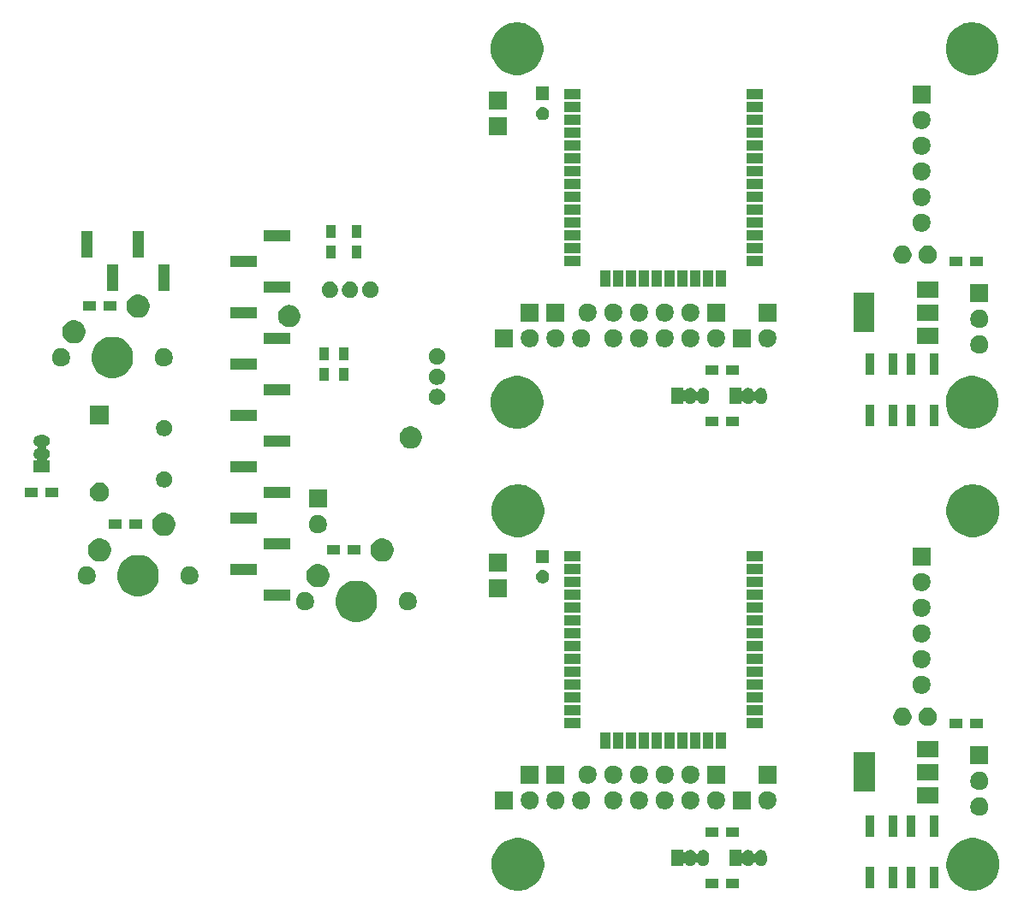
<source format=gbs>
G04 #@! TF.GenerationSoftware,KiCad,Pcbnew,(5.1.5)-3*
G04 #@! TF.CreationDate,2020-09-04T17:35:13+09:00*
G04 #@! TF.ProjectId,futureKeyboardRight&Base,66757475-7265-44b6-9579-626f61726452,rev?*
G04 #@! TF.SameCoordinates,Original*
G04 #@! TF.FileFunction,Soldermask,Bot*
G04 #@! TF.FilePolarity,Negative*
%FSLAX46Y46*%
G04 Gerber Fmt 4.6, Leading zero omitted, Abs format (unit mm)*
G04 Created by KiCad (PCBNEW (5.1.5)-3) date 2020-09-04 17:35:13*
%MOMM*%
%LPD*%
G04 APERTURE LIST*
%ADD10C,0.100000*%
G04 APERTURE END LIST*
D10*
G36*
X117348210Y-107935055D02*
G01*
X117599850Y-107985109D01*
X118073930Y-108181479D01*
X118500590Y-108466565D01*
X118863435Y-108829410D01*
X119148521Y-109256070D01*
X119344891Y-109730150D01*
X119344891Y-109730151D01*
X119420110Y-110108297D01*
X119445000Y-110233430D01*
X119445000Y-110746570D01*
X119344891Y-111249850D01*
X119148521Y-111723930D01*
X118863435Y-112150590D01*
X118500590Y-112513435D01*
X118073930Y-112798521D01*
X117599850Y-112994891D01*
X117348210Y-113044946D01*
X117096571Y-113095000D01*
X116583429Y-113095000D01*
X116331790Y-113044946D01*
X116080150Y-112994891D01*
X115606070Y-112798521D01*
X115179410Y-112513435D01*
X114816565Y-112150590D01*
X114531479Y-111723930D01*
X114335109Y-111249850D01*
X114235000Y-110746570D01*
X114235000Y-110233430D01*
X114259891Y-110108297D01*
X114335109Y-109730151D01*
X114335109Y-109730150D01*
X114531479Y-109256070D01*
X114816565Y-108829410D01*
X115179410Y-108466565D01*
X115606070Y-108181479D01*
X116080150Y-107985109D01*
X116331790Y-107935055D01*
X116583429Y-107885000D01*
X117096571Y-107885000D01*
X117348210Y-107935055D01*
G37*
G36*
X72348210Y-107935055D02*
G01*
X72599850Y-107985109D01*
X73073930Y-108181479D01*
X73500590Y-108466565D01*
X73863435Y-108829410D01*
X74148521Y-109256070D01*
X74344891Y-109730150D01*
X74344891Y-109730151D01*
X74420110Y-110108297D01*
X74445000Y-110233430D01*
X74445000Y-110746570D01*
X74344891Y-111249850D01*
X74148521Y-111723930D01*
X73863435Y-112150590D01*
X73500590Y-112513435D01*
X73073930Y-112798521D01*
X72599850Y-112994891D01*
X72348210Y-113044946D01*
X72096571Y-113095000D01*
X71583429Y-113095000D01*
X71331790Y-113044946D01*
X71080150Y-112994891D01*
X70606070Y-112798521D01*
X70179410Y-112513435D01*
X69816565Y-112150590D01*
X69531479Y-111723930D01*
X69335109Y-111249850D01*
X69235000Y-110746570D01*
X69235000Y-110233430D01*
X69259891Y-110108297D01*
X69335109Y-109730151D01*
X69335109Y-109730150D01*
X69531479Y-109256070D01*
X69816565Y-108829410D01*
X70179410Y-108466565D01*
X70606070Y-108181479D01*
X71080150Y-107985109D01*
X71331790Y-107935055D01*
X71583429Y-107885000D01*
X72096571Y-107885000D01*
X72348210Y-107935055D01*
G37*
G36*
X93742000Y-112846000D02*
G01*
X92440000Y-112846000D01*
X92440000Y-111944000D01*
X93742000Y-111944000D01*
X93742000Y-112846000D01*
G37*
G36*
X91710000Y-112846000D02*
G01*
X90408000Y-112846000D01*
X90408000Y-111944000D01*
X91710000Y-111944000D01*
X91710000Y-112846000D01*
G37*
G36*
X113456000Y-112811000D02*
G01*
X112604000Y-112811000D01*
X112604000Y-110709000D01*
X113456000Y-110709000D01*
X113456000Y-112811000D01*
G37*
G36*
X111170000Y-112811000D02*
G01*
X110318000Y-112811000D01*
X110318000Y-110709000D01*
X111170000Y-110709000D01*
X111170000Y-112811000D01*
G37*
G36*
X107106000Y-112811000D02*
G01*
X106254000Y-112811000D01*
X106254000Y-110709000D01*
X107106000Y-110709000D01*
X107106000Y-112811000D01*
G37*
G36*
X109392000Y-112811000D02*
G01*
X108540000Y-112811000D01*
X108540000Y-110709000D01*
X109392000Y-110709000D01*
X109392000Y-112811000D01*
G37*
G36*
X95997915Y-109062334D02*
G01*
X96106491Y-109095271D01*
X96106494Y-109095272D01*
X96142600Y-109114571D01*
X96206556Y-109148756D01*
X96294264Y-109220736D01*
X96366244Y-109308443D01*
X96400429Y-109372399D01*
X96419728Y-109408505D01*
X96419729Y-109408508D01*
X96452666Y-109517084D01*
X96461000Y-109601702D01*
X96461000Y-110108297D01*
X96452666Y-110192916D01*
X96420252Y-110299767D01*
X96419728Y-110301495D01*
X96409761Y-110320141D01*
X96366244Y-110401557D01*
X96294264Y-110489264D01*
X96206557Y-110561244D01*
X96142601Y-110595429D01*
X96106495Y-110614728D01*
X96106492Y-110614729D01*
X95997916Y-110647666D01*
X95885000Y-110658787D01*
X95772085Y-110647666D01*
X95663509Y-110614729D01*
X95663506Y-110614728D01*
X95627400Y-110595429D01*
X95563444Y-110561244D01*
X95475737Y-110489264D01*
X95403757Y-110401557D01*
X95360239Y-110320141D01*
X95346625Y-110299766D01*
X95329298Y-110282439D01*
X95308924Y-110268826D01*
X95286285Y-110259448D01*
X95262252Y-110254668D01*
X95237748Y-110254668D01*
X95213715Y-110259448D01*
X95191076Y-110268826D01*
X95170701Y-110282440D01*
X95153374Y-110299767D01*
X95139761Y-110320141D01*
X95096244Y-110401557D01*
X95024264Y-110489264D01*
X94936557Y-110561244D01*
X94872601Y-110595429D01*
X94836495Y-110614728D01*
X94836492Y-110614729D01*
X94727916Y-110647666D01*
X94615000Y-110658787D01*
X94502085Y-110647666D01*
X94393509Y-110614729D01*
X94393506Y-110614728D01*
X94357400Y-110595429D01*
X94293444Y-110561244D01*
X94205737Y-110489264D01*
X94142622Y-110412359D01*
X94125297Y-110395034D01*
X94104923Y-110381420D01*
X94082284Y-110372043D01*
X94058250Y-110367263D01*
X94033746Y-110367263D01*
X94009713Y-110372044D01*
X93987074Y-110381421D01*
X93966700Y-110395035D01*
X93949373Y-110412362D01*
X93935759Y-110432736D01*
X93926382Y-110455375D01*
X93921000Y-110491660D01*
X93921000Y-110656000D01*
X92769000Y-110656000D01*
X92769000Y-109054000D01*
X93921000Y-109054000D01*
X93921000Y-109218341D01*
X93923402Y-109242727D01*
X93930515Y-109266176D01*
X93942066Y-109287787D01*
X93957611Y-109306729D01*
X93976553Y-109322274D01*
X93998164Y-109333825D01*
X94021613Y-109340938D01*
X94045999Y-109343340D01*
X94070385Y-109340938D01*
X94093834Y-109333825D01*
X94115445Y-109322274D01*
X94134387Y-109306729D01*
X94142608Y-109297657D01*
X94205736Y-109220736D01*
X94293443Y-109148756D01*
X94357399Y-109114571D01*
X94393505Y-109095272D01*
X94393508Y-109095271D01*
X94502084Y-109062334D01*
X94615000Y-109051213D01*
X94727915Y-109062334D01*
X94836491Y-109095271D01*
X94836494Y-109095272D01*
X94872600Y-109114571D01*
X94936556Y-109148756D01*
X95024264Y-109220736D01*
X95096244Y-109308443D01*
X95139761Y-109389859D01*
X95153375Y-109410234D01*
X95170702Y-109427561D01*
X95191076Y-109441174D01*
X95213715Y-109450552D01*
X95237748Y-109455332D01*
X95262252Y-109455332D01*
X95286285Y-109450552D01*
X95308924Y-109441174D01*
X95329299Y-109427560D01*
X95346626Y-109410233D01*
X95360239Y-109389860D01*
X95403756Y-109308444D01*
X95475736Y-109220736D01*
X95563443Y-109148756D01*
X95627399Y-109114571D01*
X95663505Y-109095272D01*
X95663508Y-109095271D01*
X95772084Y-109062334D01*
X95885000Y-109051213D01*
X95997915Y-109062334D01*
G37*
G36*
X90282915Y-109062334D02*
G01*
X90391491Y-109095271D01*
X90391494Y-109095272D01*
X90427600Y-109114571D01*
X90491556Y-109148756D01*
X90579264Y-109220736D01*
X90651244Y-109308443D01*
X90685429Y-109372399D01*
X90704728Y-109408505D01*
X90704729Y-109408508D01*
X90737666Y-109517084D01*
X90746000Y-109601702D01*
X90746000Y-110108297D01*
X90737666Y-110192916D01*
X90705252Y-110299767D01*
X90704728Y-110301495D01*
X90694761Y-110320141D01*
X90651244Y-110401557D01*
X90579264Y-110489264D01*
X90491557Y-110561244D01*
X90427601Y-110595429D01*
X90391495Y-110614728D01*
X90391492Y-110614729D01*
X90282916Y-110647666D01*
X90170000Y-110658787D01*
X90057085Y-110647666D01*
X89948509Y-110614729D01*
X89948506Y-110614728D01*
X89912400Y-110595429D01*
X89848444Y-110561244D01*
X89760737Y-110489264D01*
X89688757Y-110401557D01*
X89645239Y-110320141D01*
X89631625Y-110299766D01*
X89614298Y-110282439D01*
X89593924Y-110268826D01*
X89571285Y-110259448D01*
X89547252Y-110254668D01*
X89522748Y-110254668D01*
X89498715Y-110259448D01*
X89476076Y-110268826D01*
X89455701Y-110282440D01*
X89438374Y-110299767D01*
X89424761Y-110320141D01*
X89381244Y-110401557D01*
X89309264Y-110489264D01*
X89221557Y-110561244D01*
X89157601Y-110595429D01*
X89121495Y-110614728D01*
X89121492Y-110614729D01*
X89012916Y-110647666D01*
X88900000Y-110658787D01*
X88787085Y-110647666D01*
X88678509Y-110614729D01*
X88678506Y-110614728D01*
X88642400Y-110595429D01*
X88578444Y-110561244D01*
X88490737Y-110489264D01*
X88427622Y-110412359D01*
X88410297Y-110395034D01*
X88389923Y-110381420D01*
X88367284Y-110372043D01*
X88343250Y-110367263D01*
X88318746Y-110367263D01*
X88294713Y-110372044D01*
X88272074Y-110381421D01*
X88251700Y-110395035D01*
X88234373Y-110412362D01*
X88220759Y-110432736D01*
X88211382Y-110455375D01*
X88206000Y-110491660D01*
X88206000Y-110656000D01*
X87054000Y-110656000D01*
X87054000Y-109054000D01*
X88206000Y-109054000D01*
X88206000Y-109218341D01*
X88208402Y-109242727D01*
X88215515Y-109266176D01*
X88227066Y-109287787D01*
X88242611Y-109306729D01*
X88261553Y-109322274D01*
X88283164Y-109333825D01*
X88306613Y-109340938D01*
X88330999Y-109343340D01*
X88355385Y-109340938D01*
X88378834Y-109333825D01*
X88400445Y-109322274D01*
X88419387Y-109306729D01*
X88427608Y-109297657D01*
X88490736Y-109220736D01*
X88578443Y-109148756D01*
X88642399Y-109114571D01*
X88678505Y-109095272D01*
X88678508Y-109095271D01*
X88787084Y-109062334D01*
X88900000Y-109051213D01*
X89012915Y-109062334D01*
X89121491Y-109095271D01*
X89121494Y-109095272D01*
X89157600Y-109114571D01*
X89221556Y-109148756D01*
X89309264Y-109220736D01*
X89381244Y-109308443D01*
X89424761Y-109389859D01*
X89438375Y-109410234D01*
X89455702Y-109427561D01*
X89476076Y-109441174D01*
X89498715Y-109450552D01*
X89522748Y-109455332D01*
X89547252Y-109455332D01*
X89571285Y-109450552D01*
X89593924Y-109441174D01*
X89614299Y-109427560D01*
X89631626Y-109410233D01*
X89645239Y-109389860D01*
X89688756Y-109308444D01*
X89760736Y-109220736D01*
X89848443Y-109148756D01*
X89912399Y-109114571D01*
X89948505Y-109095272D01*
X89948508Y-109095271D01*
X90057084Y-109062334D01*
X90170000Y-109051213D01*
X90282915Y-109062334D01*
G37*
G36*
X93742000Y-107766000D02*
G01*
X92440000Y-107766000D01*
X92440000Y-106864000D01*
X93742000Y-106864000D01*
X93742000Y-107766000D01*
G37*
G36*
X91710000Y-107766000D02*
G01*
X90408000Y-107766000D01*
X90408000Y-106864000D01*
X91710000Y-106864000D01*
X91710000Y-107766000D01*
G37*
G36*
X109392000Y-107731000D02*
G01*
X108540000Y-107731000D01*
X108540000Y-105629000D01*
X109392000Y-105629000D01*
X109392000Y-107731000D01*
G37*
G36*
X107106000Y-107731000D02*
G01*
X106254000Y-107731000D01*
X106254000Y-105629000D01*
X107106000Y-105629000D01*
X107106000Y-107731000D01*
G37*
G36*
X113456000Y-107731000D02*
G01*
X112604000Y-107731000D01*
X112604000Y-105629000D01*
X113456000Y-105629000D01*
X113456000Y-107731000D01*
G37*
G36*
X111170000Y-107731000D02*
G01*
X110318000Y-107731000D01*
X110318000Y-105629000D01*
X111170000Y-105629000D01*
X111170000Y-107731000D01*
G37*
G36*
X117579769Y-103877188D02*
G01*
X117737812Y-103908624D01*
X117901784Y-103976544D01*
X118049354Y-104075147D01*
X118174853Y-104200646D01*
X118273456Y-104348216D01*
X118341376Y-104512188D01*
X118376000Y-104686259D01*
X118376000Y-104863741D01*
X118341376Y-105037812D01*
X118273456Y-105201784D01*
X118174853Y-105349354D01*
X118049354Y-105474853D01*
X117901784Y-105573456D01*
X117737812Y-105641376D01*
X117588512Y-105671073D01*
X117563742Y-105676000D01*
X117386258Y-105676000D01*
X117361488Y-105671073D01*
X117212188Y-105641376D01*
X117048216Y-105573456D01*
X116900646Y-105474853D01*
X116775147Y-105349354D01*
X116676544Y-105201784D01*
X116608624Y-105037812D01*
X116574000Y-104863741D01*
X116574000Y-104686259D01*
X116608624Y-104512188D01*
X116676544Y-104348216D01*
X116775147Y-104200646D01*
X116900646Y-104075147D01*
X117048216Y-103976544D01*
X117212188Y-103908624D01*
X117370231Y-103877188D01*
X117386258Y-103874000D01*
X117563742Y-103874000D01*
X117579769Y-103877188D01*
G37*
G36*
X71386000Y-105041000D02*
G01*
X69584000Y-105041000D01*
X69584000Y-103239000D01*
X71386000Y-103239000D01*
X71386000Y-105041000D01*
G37*
G36*
X96633512Y-103243927D02*
G01*
X96782812Y-103273624D01*
X96946784Y-103341544D01*
X97094354Y-103440147D01*
X97219853Y-103565646D01*
X97318456Y-103713216D01*
X97386376Y-103877188D01*
X97421000Y-104051259D01*
X97421000Y-104228741D01*
X97386376Y-104402812D01*
X97318456Y-104566784D01*
X97219853Y-104714354D01*
X97094354Y-104839853D01*
X96946784Y-104938456D01*
X96782812Y-105006376D01*
X96633512Y-105036073D01*
X96608742Y-105041000D01*
X96431258Y-105041000D01*
X96406488Y-105036073D01*
X96257188Y-105006376D01*
X96093216Y-104938456D01*
X95945646Y-104839853D01*
X95820147Y-104714354D01*
X95721544Y-104566784D01*
X95653624Y-104402812D01*
X95619000Y-104228741D01*
X95619000Y-104051259D01*
X95653624Y-103877188D01*
X95721544Y-103713216D01*
X95820147Y-103565646D01*
X95945646Y-103440147D01*
X96093216Y-103341544D01*
X96257188Y-103273624D01*
X96406488Y-103243927D01*
X96431258Y-103239000D01*
X96608742Y-103239000D01*
X96633512Y-103243927D01*
G37*
G36*
X73138512Y-103243927D02*
G01*
X73287812Y-103273624D01*
X73451784Y-103341544D01*
X73599354Y-103440147D01*
X73724853Y-103565646D01*
X73823456Y-103713216D01*
X73891376Y-103877188D01*
X73926000Y-104051259D01*
X73926000Y-104228741D01*
X73891376Y-104402812D01*
X73823456Y-104566784D01*
X73724853Y-104714354D01*
X73599354Y-104839853D01*
X73451784Y-104938456D01*
X73287812Y-105006376D01*
X73138512Y-105036073D01*
X73113742Y-105041000D01*
X72936258Y-105041000D01*
X72911488Y-105036073D01*
X72762188Y-105006376D01*
X72598216Y-104938456D01*
X72450646Y-104839853D01*
X72325147Y-104714354D01*
X72226544Y-104566784D01*
X72158624Y-104402812D01*
X72124000Y-104228741D01*
X72124000Y-104051259D01*
X72158624Y-103877188D01*
X72226544Y-103713216D01*
X72325147Y-103565646D01*
X72450646Y-103440147D01*
X72598216Y-103341544D01*
X72762188Y-103273624D01*
X72911488Y-103243927D01*
X72936258Y-103239000D01*
X73113742Y-103239000D01*
X73138512Y-103243927D01*
G37*
G36*
X75678512Y-103243927D02*
G01*
X75827812Y-103273624D01*
X75991784Y-103341544D01*
X76139354Y-103440147D01*
X76264853Y-103565646D01*
X76363456Y-103713216D01*
X76431376Y-103877188D01*
X76466000Y-104051259D01*
X76466000Y-104228741D01*
X76431376Y-104402812D01*
X76363456Y-104566784D01*
X76264853Y-104714354D01*
X76139354Y-104839853D01*
X75991784Y-104938456D01*
X75827812Y-105006376D01*
X75678512Y-105036073D01*
X75653742Y-105041000D01*
X75476258Y-105041000D01*
X75451488Y-105036073D01*
X75302188Y-105006376D01*
X75138216Y-104938456D01*
X74990646Y-104839853D01*
X74865147Y-104714354D01*
X74766544Y-104566784D01*
X74698624Y-104402812D01*
X74664000Y-104228741D01*
X74664000Y-104051259D01*
X74698624Y-103877188D01*
X74766544Y-103713216D01*
X74865147Y-103565646D01*
X74990646Y-103440147D01*
X75138216Y-103341544D01*
X75302188Y-103273624D01*
X75451488Y-103243927D01*
X75476258Y-103239000D01*
X75653742Y-103239000D01*
X75678512Y-103243927D01*
G37*
G36*
X78218512Y-103243927D02*
G01*
X78367812Y-103273624D01*
X78531784Y-103341544D01*
X78679354Y-103440147D01*
X78804853Y-103565646D01*
X78903456Y-103713216D01*
X78971376Y-103877188D01*
X79006000Y-104051259D01*
X79006000Y-104228741D01*
X78971376Y-104402812D01*
X78903456Y-104566784D01*
X78804853Y-104714354D01*
X78679354Y-104839853D01*
X78531784Y-104938456D01*
X78367812Y-105006376D01*
X78218512Y-105036073D01*
X78193742Y-105041000D01*
X78016258Y-105041000D01*
X77991488Y-105036073D01*
X77842188Y-105006376D01*
X77678216Y-104938456D01*
X77530646Y-104839853D01*
X77405147Y-104714354D01*
X77306544Y-104566784D01*
X77238624Y-104402812D01*
X77204000Y-104228741D01*
X77204000Y-104051259D01*
X77238624Y-103877188D01*
X77306544Y-103713216D01*
X77405147Y-103565646D01*
X77530646Y-103440147D01*
X77678216Y-103341544D01*
X77842188Y-103273624D01*
X77991488Y-103243927D01*
X78016258Y-103239000D01*
X78193742Y-103239000D01*
X78218512Y-103243927D01*
G37*
G36*
X94881000Y-105041000D02*
G01*
X93079000Y-105041000D01*
X93079000Y-103239000D01*
X94881000Y-103239000D01*
X94881000Y-105041000D01*
G37*
G36*
X91553512Y-103243927D02*
G01*
X91702812Y-103273624D01*
X91866784Y-103341544D01*
X92014354Y-103440147D01*
X92139853Y-103565646D01*
X92238456Y-103713216D01*
X92306376Y-103877188D01*
X92341000Y-104051259D01*
X92341000Y-104228741D01*
X92306376Y-104402812D01*
X92238456Y-104566784D01*
X92139853Y-104714354D01*
X92014354Y-104839853D01*
X91866784Y-104938456D01*
X91702812Y-105006376D01*
X91553512Y-105036073D01*
X91528742Y-105041000D01*
X91351258Y-105041000D01*
X91326488Y-105036073D01*
X91177188Y-105006376D01*
X91013216Y-104938456D01*
X90865646Y-104839853D01*
X90740147Y-104714354D01*
X90641544Y-104566784D01*
X90573624Y-104402812D01*
X90539000Y-104228741D01*
X90539000Y-104051259D01*
X90573624Y-103877188D01*
X90641544Y-103713216D01*
X90740147Y-103565646D01*
X90865646Y-103440147D01*
X91013216Y-103341544D01*
X91177188Y-103273624D01*
X91326488Y-103243927D01*
X91351258Y-103239000D01*
X91528742Y-103239000D01*
X91553512Y-103243927D01*
G37*
G36*
X89013512Y-103243927D02*
G01*
X89162812Y-103273624D01*
X89326784Y-103341544D01*
X89474354Y-103440147D01*
X89599853Y-103565646D01*
X89698456Y-103713216D01*
X89766376Y-103877188D01*
X89801000Y-104051259D01*
X89801000Y-104228741D01*
X89766376Y-104402812D01*
X89698456Y-104566784D01*
X89599853Y-104714354D01*
X89474354Y-104839853D01*
X89326784Y-104938456D01*
X89162812Y-105006376D01*
X89013512Y-105036073D01*
X88988742Y-105041000D01*
X88811258Y-105041000D01*
X88786488Y-105036073D01*
X88637188Y-105006376D01*
X88473216Y-104938456D01*
X88325646Y-104839853D01*
X88200147Y-104714354D01*
X88101544Y-104566784D01*
X88033624Y-104402812D01*
X87999000Y-104228741D01*
X87999000Y-104051259D01*
X88033624Y-103877188D01*
X88101544Y-103713216D01*
X88200147Y-103565646D01*
X88325646Y-103440147D01*
X88473216Y-103341544D01*
X88637188Y-103273624D01*
X88786488Y-103243927D01*
X88811258Y-103239000D01*
X88988742Y-103239000D01*
X89013512Y-103243927D01*
G37*
G36*
X86473512Y-103243927D02*
G01*
X86622812Y-103273624D01*
X86786784Y-103341544D01*
X86934354Y-103440147D01*
X87059853Y-103565646D01*
X87158456Y-103713216D01*
X87226376Y-103877188D01*
X87261000Y-104051259D01*
X87261000Y-104228741D01*
X87226376Y-104402812D01*
X87158456Y-104566784D01*
X87059853Y-104714354D01*
X86934354Y-104839853D01*
X86786784Y-104938456D01*
X86622812Y-105006376D01*
X86473512Y-105036073D01*
X86448742Y-105041000D01*
X86271258Y-105041000D01*
X86246488Y-105036073D01*
X86097188Y-105006376D01*
X85933216Y-104938456D01*
X85785646Y-104839853D01*
X85660147Y-104714354D01*
X85561544Y-104566784D01*
X85493624Y-104402812D01*
X85459000Y-104228741D01*
X85459000Y-104051259D01*
X85493624Y-103877188D01*
X85561544Y-103713216D01*
X85660147Y-103565646D01*
X85785646Y-103440147D01*
X85933216Y-103341544D01*
X86097188Y-103273624D01*
X86246488Y-103243927D01*
X86271258Y-103239000D01*
X86448742Y-103239000D01*
X86473512Y-103243927D01*
G37*
G36*
X83933512Y-103243927D02*
G01*
X84082812Y-103273624D01*
X84246784Y-103341544D01*
X84394354Y-103440147D01*
X84519853Y-103565646D01*
X84618456Y-103713216D01*
X84686376Y-103877188D01*
X84721000Y-104051259D01*
X84721000Y-104228741D01*
X84686376Y-104402812D01*
X84618456Y-104566784D01*
X84519853Y-104714354D01*
X84394354Y-104839853D01*
X84246784Y-104938456D01*
X84082812Y-105006376D01*
X83933512Y-105036073D01*
X83908742Y-105041000D01*
X83731258Y-105041000D01*
X83706488Y-105036073D01*
X83557188Y-105006376D01*
X83393216Y-104938456D01*
X83245646Y-104839853D01*
X83120147Y-104714354D01*
X83021544Y-104566784D01*
X82953624Y-104402812D01*
X82919000Y-104228741D01*
X82919000Y-104051259D01*
X82953624Y-103877188D01*
X83021544Y-103713216D01*
X83120147Y-103565646D01*
X83245646Y-103440147D01*
X83393216Y-103341544D01*
X83557188Y-103273624D01*
X83706488Y-103243927D01*
X83731258Y-103239000D01*
X83908742Y-103239000D01*
X83933512Y-103243927D01*
G37*
G36*
X81393512Y-103243927D02*
G01*
X81542812Y-103273624D01*
X81706784Y-103341544D01*
X81854354Y-103440147D01*
X81979853Y-103565646D01*
X82078456Y-103713216D01*
X82146376Y-103877188D01*
X82181000Y-104051259D01*
X82181000Y-104228741D01*
X82146376Y-104402812D01*
X82078456Y-104566784D01*
X81979853Y-104714354D01*
X81854354Y-104839853D01*
X81706784Y-104938456D01*
X81542812Y-105006376D01*
X81393512Y-105036073D01*
X81368742Y-105041000D01*
X81191258Y-105041000D01*
X81166488Y-105036073D01*
X81017188Y-105006376D01*
X80853216Y-104938456D01*
X80705646Y-104839853D01*
X80580147Y-104714354D01*
X80481544Y-104566784D01*
X80413624Y-104402812D01*
X80379000Y-104228741D01*
X80379000Y-104051259D01*
X80413624Y-103877188D01*
X80481544Y-103713216D01*
X80580147Y-103565646D01*
X80705646Y-103440147D01*
X80853216Y-103341544D01*
X81017188Y-103273624D01*
X81166488Y-103243927D01*
X81191258Y-103239000D01*
X81368742Y-103239000D01*
X81393512Y-103243927D01*
G37*
G36*
X113446000Y-104461000D02*
G01*
X111344000Y-104461000D01*
X111344000Y-102859000D01*
X113446000Y-102859000D01*
X113446000Y-104461000D01*
G37*
G36*
X107146000Y-103311000D02*
G01*
X105044000Y-103311000D01*
X105044000Y-99409000D01*
X107146000Y-99409000D01*
X107146000Y-103311000D01*
G37*
G36*
X117579769Y-101337188D02*
G01*
X117737812Y-101368624D01*
X117901784Y-101436544D01*
X118049354Y-101535147D01*
X118174853Y-101660646D01*
X118273456Y-101808216D01*
X118341376Y-101972188D01*
X118376000Y-102146259D01*
X118376000Y-102323741D01*
X118341376Y-102497812D01*
X118273456Y-102661784D01*
X118174853Y-102809354D01*
X118049354Y-102934853D01*
X117901784Y-103033456D01*
X117737812Y-103101376D01*
X117588512Y-103131073D01*
X117563742Y-103136000D01*
X117386258Y-103136000D01*
X117361488Y-103131073D01*
X117212188Y-103101376D01*
X117048216Y-103033456D01*
X116900646Y-102934853D01*
X116775147Y-102809354D01*
X116676544Y-102661784D01*
X116608624Y-102497812D01*
X116574000Y-102323741D01*
X116574000Y-102146259D01*
X116608624Y-101972188D01*
X116676544Y-101808216D01*
X116775147Y-101660646D01*
X116900646Y-101535147D01*
X117048216Y-101436544D01*
X117212188Y-101368624D01*
X117370231Y-101337188D01*
X117386258Y-101334000D01*
X117563742Y-101334000D01*
X117579769Y-101337188D01*
G37*
G36*
X81393512Y-100703927D02*
G01*
X81542812Y-100733624D01*
X81706784Y-100801544D01*
X81854354Y-100900147D01*
X81979853Y-101025646D01*
X82078456Y-101173216D01*
X82146376Y-101337188D01*
X82181000Y-101511259D01*
X82181000Y-101688741D01*
X82146376Y-101862812D01*
X82078456Y-102026784D01*
X81979853Y-102174354D01*
X81854354Y-102299853D01*
X81706784Y-102398456D01*
X81542812Y-102466376D01*
X81393512Y-102496073D01*
X81368742Y-102501000D01*
X81191258Y-102501000D01*
X81166488Y-102496073D01*
X81017188Y-102466376D01*
X80853216Y-102398456D01*
X80705646Y-102299853D01*
X80580147Y-102174354D01*
X80481544Y-102026784D01*
X80413624Y-101862812D01*
X80379000Y-101688741D01*
X80379000Y-101511259D01*
X80413624Y-101337188D01*
X80481544Y-101173216D01*
X80580147Y-101025646D01*
X80705646Y-100900147D01*
X80853216Y-100801544D01*
X81017188Y-100733624D01*
X81166488Y-100703927D01*
X81191258Y-100699000D01*
X81368742Y-100699000D01*
X81393512Y-100703927D01*
G37*
G36*
X78853512Y-100703927D02*
G01*
X79002812Y-100733624D01*
X79166784Y-100801544D01*
X79314354Y-100900147D01*
X79439853Y-101025646D01*
X79538456Y-101173216D01*
X79606376Y-101337188D01*
X79641000Y-101511259D01*
X79641000Y-101688741D01*
X79606376Y-101862812D01*
X79538456Y-102026784D01*
X79439853Y-102174354D01*
X79314354Y-102299853D01*
X79166784Y-102398456D01*
X79002812Y-102466376D01*
X78853512Y-102496073D01*
X78828742Y-102501000D01*
X78651258Y-102501000D01*
X78626488Y-102496073D01*
X78477188Y-102466376D01*
X78313216Y-102398456D01*
X78165646Y-102299853D01*
X78040147Y-102174354D01*
X77941544Y-102026784D01*
X77873624Y-101862812D01*
X77839000Y-101688741D01*
X77839000Y-101511259D01*
X77873624Y-101337188D01*
X77941544Y-101173216D01*
X78040147Y-101025646D01*
X78165646Y-100900147D01*
X78313216Y-100801544D01*
X78477188Y-100733624D01*
X78626488Y-100703927D01*
X78651258Y-100699000D01*
X78828742Y-100699000D01*
X78853512Y-100703927D01*
G37*
G36*
X83933512Y-100703927D02*
G01*
X84082812Y-100733624D01*
X84246784Y-100801544D01*
X84394354Y-100900147D01*
X84519853Y-101025646D01*
X84618456Y-101173216D01*
X84686376Y-101337188D01*
X84721000Y-101511259D01*
X84721000Y-101688741D01*
X84686376Y-101862812D01*
X84618456Y-102026784D01*
X84519853Y-102174354D01*
X84394354Y-102299853D01*
X84246784Y-102398456D01*
X84082812Y-102466376D01*
X83933512Y-102496073D01*
X83908742Y-102501000D01*
X83731258Y-102501000D01*
X83706488Y-102496073D01*
X83557188Y-102466376D01*
X83393216Y-102398456D01*
X83245646Y-102299853D01*
X83120147Y-102174354D01*
X83021544Y-102026784D01*
X82953624Y-101862812D01*
X82919000Y-101688741D01*
X82919000Y-101511259D01*
X82953624Y-101337188D01*
X83021544Y-101173216D01*
X83120147Y-101025646D01*
X83245646Y-100900147D01*
X83393216Y-100801544D01*
X83557188Y-100733624D01*
X83706488Y-100703927D01*
X83731258Y-100699000D01*
X83908742Y-100699000D01*
X83933512Y-100703927D01*
G37*
G36*
X86473512Y-100703927D02*
G01*
X86622812Y-100733624D01*
X86786784Y-100801544D01*
X86934354Y-100900147D01*
X87059853Y-101025646D01*
X87158456Y-101173216D01*
X87226376Y-101337188D01*
X87261000Y-101511259D01*
X87261000Y-101688741D01*
X87226376Y-101862812D01*
X87158456Y-102026784D01*
X87059853Y-102174354D01*
X86934354Y-102299853D01*
X86786784Y-102398456D01*
X86622812Y-102466376D01*
X86473512Y-102496073D01*
X86448742Y-102501000D01*
X86271258Y-102501000D01*
X86246488Y-102496073D01*
X86097188Y-102466376D01*
X85933216Y-102398456D01*
X85785646Y-102299853D01*
X85660147Y-102174354D01*
X85561544Y-102026784D01*
X85493624Y-101862812D01*
X85459000Y-101688741D01*
X85459000Y-101511259D01*
X85493624Y-101337188D01*
X85561544Y-101173216D01*
X85660147Y-101025646D01*
X85785646Y-100900147D01*
X85933216Y-100801544D01*
X86097188Y-100733624D01*
X86246488Y-100703927D01*
X86271258Y-100699000D01*
X86448742Y-100699000D01*
X86473512Y-100703927D01*
G37*
G36*
X89013512Y-100703927D02*
G01*
X89162812Y-100733624D01*
X89326784Y-100801544D01*
X89474354Y-100900147D01*
X89599853Y-101025646D01*
X89698456Y-101173216D01*
X89766376Y-101337188D01*
X89801000Y-101511259D01*
X89801000Y-101688741D01*
X89766376Y-101862812D01*
X89698456Y-102026784D01*
X89599853Y-102174354D01*
X89474354Y-102299853D01*
X89326784Y-102398456D01*
X89162812Y-102466376D01*
X89013512Y-102496073D01*
X88988742Y-102501000D01*
X88811258Y-102501000D01*
X88786488Y-102496073D01*
X88637188Y-102466376D01*
X88473216Y-102398456D01*
X88325646Y-102299853D01*
X88200147Y-102174354D01*
X88101544Y-102026784D01*
X88033624Y-101862812D01*
X87999000Y-101688741D01*
X87999000Y-101511259D01*
X88033624Y-101337188D01*
X88101544Y-101173216D01*
X88200147Y-101025646D01*
X88325646Y-100900147D01*
X88473216Y-100801544D01*
X88637188Y-100733624D01*
X88786488Y-100703927D01*
X88811258Y-100699000D01*
X88988742Y-100699000D01*
X89013512Y-100703927D01*
G37*
G36*
X92341000Y-102501000D02*
G01*
X90539000Y-102501000D01*
X90539000Y-100699000D01*
X92341000Y-100699000D01*
X92341000Y-102501000D01*
G37*
G36*
X73926000Y-102501000D02*
G01*
X72124000Y-102501000D01*
X72124000Y-100699000D01*
X73926000Y-100699000D01*
X73926000Y-102501000D01*
G37*
G36*
X76466000Y-102501000D02*
G01*
X74664000Y-102501000D01*
X74664000Y-100699000D01*
X76466000Y-100699000D01*
X76466000Y-102501000D01*
G37*
G36*
X97421000Y-102501000D02*
G01*
X95619000Y-102501000D01*
X95619000Y-100699000D01*
X97421000Y-100699000D01*
X97421000Y-102501000D01*
G37*
G36*
X113446000Y-102161000D02*
G01*
X111344000Y-102161000D01*
X111344000Y-100559000D01*
X113446000Y-100559000D01*
X113446000Y-102161000D01*
G37*
G36*
X118376000Y-100596000D02*
G01*
X116574000Y-100596000D01*
X116574000Y-98794000D01*
X118376000Y-98794000D01*
X118376000Y-100596000D01*
G37*
G36*
X113446000Y-99861000D02*
G01*
X111344000Y-99861000D01*
X111344000Y-98259000D01*
X113446000Y-98259000D01*
X113446000Y-99861000D01*
G37*
G36*
X81021000Y-99011000D02*
G01*
X80019000Y-99011000D01*
X80019000Y-97409000D01*
X81021000Y-97409000D01*
X81021000Y-99011000D01*
G37*
G36*
X84831000Y-99011000D02*
G01*
X83829000Y-99011000D01*
X83829000Y-97409000D01*
X84831000Y-97409000D01*
X84831000Y-99011000D01*
G37*
G36*
X86101000Y-99011000D02*
G01*
X85099000Y-99011000D01*
X85099000Y-97409000D01*
X86101000Y-97409000D01*
X86101000Y-99011000D01*
G37*
G36*
X92451000Y-99011000D02*
G01*
X91449000Y-99011000D01*
X91449000Y-97409000D01*
X92451000Y-97409000D01*
X92451000Y-99011000D01*
G37*
G36*
X87371000Y-99011000D02*
G01*
X86369000Y-99011000D01*
X86369000Y-97409000D01*
X87371000Y-97409000D01*
X87371000Y-99011000D01*
G37*
G36*
X88641000Y-99011000D02*
G01*
X87639000Y-99011000D01*
X87639000Y-97409000D01*
X88641000Y-97409000D01*
X88641000Y-99011000D01*
G37*
G36*
X82291000Y-99011000D02*
G01*
X81289000Y-99011000D01*
X81289000Y-97409000D01*
X82291000Y-97409000D01*
X82291000Y-99011000D01*
G37*
G36*
X83561000Y-99011000D02*
G01*
X82559000Y-99011000D01*
X82559000Y-97409000D01*
X83561000Y-97409000D01*
X83561000Y-99011000D01*
G37*
G36*
X89911000Y-99011000D02*
G01*
X88909000Y-99011000D01*
X88909000Y-97409000D01*
X89911000Y-97409000D01*
X89911000Y-99011000D01*
G37*
G36*
X91181000Y-99011000D02*
G01*
X90179000Y-99011000D01*
X90179000Y-97409000D01*
X91181000Y-97409000D01*
X91181000Y-99011000D01*
G37*
G36*
X78063000Y-97021000D02*
G01*
X76437000Y-97021000D01*
X76437000Y-96019000D01*
X78063000Y-96019000D01*
X78063000Y-97021000D01*
G37*
G36*
X96063000Y-97021000D02*
G01*
X94437000Y-97021000D01*
X94437000Y-96019000D01*
X96063000Y-96019000D01*
X96063000Y-97021000D01*
G37*
G36*
X115840000Y-96971000D02*
G01*
X114538000Y-96971000D01*
X114538000Y-96069000D01*
X115840000Y-96069000D01*
X115840000Y-96971000D01*
G37*
G36*
X117872000Y-96971000D02*
G01*
X116570000Y-96971000D01*
X116570000Y-96069000D01*
X117872000Y-96069000D01*
X117872000Y-96971000D01*
G37*
G36*
X109988512Y-94988927D02*
G01*
X110137812Y-95018624D01*
X110301784Y-95086544D01*
X110449354Y-95185147D01*
X110574853Y-95310646D01*
X110673456Y-95458216D01*
X110741376Y-95622188D01*
X110776000Y-95796259D01*
X110776000Y-95973741D01*
X110741376Y-96147812D01*
X110673456Y-96311784D01*
X110574853Y-96459354D01*
X110449354Y-96584853D01*
X110301784Y-96683456D01*
X110137812Y-96751376D01*
X109988512Y-96781073D01*
X109963742Y-96786000D01*
X109786258Y-96786000D01*
X109761488Y-96781073D01*
X109612188Y-96751376D01*
X109448216Y-96683456D01*
X109300646Y-96584853D01*
X109175147Y-96459354D01*
X109076544Y-96311784D01*
X109008624Y-96147812D01*
X108974000Y-95973741D01*
X108974000Y-95796259D01*
X109008624Y-95622188D01*
X109076544Y-95458216D01*
X109175147Y-95310646D01*
X109300646Y-95185147D01*
X109448216Y-95086544D01*
X109612188Y-95018624D01*
X109761488Y-94988927D01*
X109786258Y-94984000D01*
X109963742Y-94984000D01*
X109988512Y-94988927D01*
G37*
G36*
X112488512Y-94988927D02*
G01*
X112637812Y-95018624D01*
X112801784Y-95086544D01*
X112949354Y-95185147D01*
X113074853Y-95310646D01*
X113173456Y-95458216D01*
X113241376Y-95622188D01*
X113276000Y-95796259D01*
X113276000Y-95973741D01*
X113241376Y-96147812D01*
X113173456Y-96311784D01*
X113074853Y-96459354D01*
X112949354Y-96584853D01*
X112801784Y-96683456D01*
X112637812Y-96751376D01*
X112488512Y-96781073D01*
X112463742Y-96786000D01*
X112286258Y-96786000D01*
X112261488Y-96781073D01*
X112112188Y-96751376D01*
X111948216Y-96683456D01*
X111800646Y-96584853D01*
X111675147Y-96459354D01*
X111576544Y-96311784D01*
X111508624Y-96147812D01*
X111474000Y-95973741D01*
X111474000Y-95796259D01*
X111508624Y-95622188D01*
X111576544Y-95458216D01*
X111675147Y-95310646D01*
X111800646Y-95185147D01*
X111948216Y-95086544D01*
X112112188Y-95018624D01*
X112261488Y-94988927D01*
X112286258Y-94984000D01*
X112463742Y-94984000D01*
X112488512Y-94988927D01*
G37*
G36*
X96063000Y-95751000D02*
G01*
X94437000Y-95751000D01*
X94437000Y-94749000D01*
X96063000Y-94749000D01*
X96063000Y-95751000D01*
G37*
G36*
X78063000Y-95751000D02*
G01*
X76437000Y-95751000D01*
X76437000Y-94749000D01*
X78063000Y-94749000D01*
X78063000Y-95751000D01*
G37*
G36*
X78063000Y-94481000D02*
G01*
X76437000Y-94481000D01*
X76437000Y-93479000D01*
X78063000Y-93479000D01*
X78063000Y-94481000D01*
G37*
G36*
X96063000Y-94481000D02*
G01*
X94437000Y-94481000D01*
X94437000Y-93479000D01*
X96063000Y-93479000D01*
X96063000Y-94481000D01*
G37*
G36*
X111873512Y-91813927D02*
G01*
X112022812Y-91843624D01*
X112186784Y-91911544D01*
X112334354Y-92010147D01*
X112459853Y-92135646D01*
X112558456Y-92283216D01*
X112626376Y-92447188D01*
X112661000Y-92621259D01*
X112661000Y-92798741D01*
X112626376Y-92972812D01*
X112558456Y-93136784D01*
X112459853Y-93284354D01*
X112334354Y-93409853D01*
X112186784Y-93508456D01*
X112022812Y-93576376D01*
X111873512Y-93606073D01*
X111848742Y-93611000D01*
X111671258Y-93611000D01*
X111646488Y-93606073D01*
X111497188Y-93576376D01*
X111333216Y-93508456D01*
X111185646Y-93409853D01*
X111060147Y-93284354D01*
X110961544Y-93136784D01*
X110893624Y-92972812D01*
X110859000Y-92798741D01*
X110859000Y-92621259D01*
X110893624Y-92447188D01*
X110961544Y-92283216D01*
X111060147Y-92135646D01*
X111185646Y-92010147D01*
X111333216Y-91911544D01*
X111497188Y-91843624D01*
X111646488Y-91813927D01*
X111671258Y-91809000D01*
X111848742Y-91809000D01*
X111873512Y-91813927D01*
G37*
G36*
X78063000Y-93211000D02*
G01*
X76437000Y-93211000D01*
X76437000Y-92209000D01*
X78063000Y-92209000D01*
X78063000Y-93211000D01*
G37*
G36*
X96063000Y-93211000D02*
G01*
X94437000Y-93211000D01*
X94437000Y-92209000D01*
X96063000Y-92209000D01*
X96063000Y-93211000D01*
G37*
G36*
X78063000Y-91941000D02*
G01*
X76437000Y-91941000D01*
X76437000Y-90939000D01*
X78063000Y-90939000D01*
X78063000Y-91941000D01*
G37*
G36*
X96063000Y-91941000D02*
G01*
X94437000Y-91941000D01*
X94437000Y-90939000D01*
X96063000Y-90939000D01*
X96063000Y-91941000D01*
G37*
G36*
X111873512Y-89273927D02*
G01*
X112022812Y-89303624D01*
X112186784Y-89371544D01*
X112334354Y-89470147D01*
X112459853Y-89595646D01*
X112558456Y-89743216D01*
X112626376Y-89907188D01*
X112661000Y-90081259D01*
X112661000Y-90258741D01*
X112626376Y-90432812D01*
X112558456Y-90596784D01*
X112459853Y-90744354D01*
X112334354Y-90869853D01*
X112186784Y-90968456D01*
X112022812Y-91036376D01*
X111873512Y-91066073D01*
X111848742Y-91071000D01*
X111671258Y-91071000D01*
X111646488Y-91066073D01*
X111497188Y-91036376D01*
X111333216Y-90968456D01*
X111185646Y-90869853D01*
X111060147Y-90744354D01*
X110961544Y-90596784D01*
X110893624Y-90432812D01*
X110859000Y-90258741D01*
X110859000Y-90081259D01*
X110893624Y-89907188D01*
X110961544Y-89743216D01*
X111060147Y-89595646D01*
X111185646Y-89470147D01*
X111333216Y-89371544D01*
X111497188Y-89303624D01*
X111646488Y-89273927D01*
X111671258Y-89269000D01*
X111848742Y-89269000D01*
X111873512Y-89273927D01*
G37*
G36*
X78063000Y-90671000D02*
G01*
X76437000Y-90671000D01*
X76437000Y-89669000D01*
X78063000Y-89669000D01*
X78063000Y-90671000D01*
G37*
G36*
X96063000Y-90671000D02*
G01*
X94437000Y-90671000D01*
X94437000Y-89669000D01*
X96063000Y-89669000D01*
X96063000Y-90671000D01*
G37*
G36*
X78063000Y-89401000D02*
G01*
X76437000Y-89401000D01*
X76437000Y-88399000D01*
X78063000Y-88399000D01*
X78063000Y-89401000D01*
G37*
G36*
X96063000Y-89401000D02*
G01*
X94437000Y-89401000D01*
X94437000Y-88399000D01*
X96063000Y-88399000D01*
X96063000Y-89401000D01*
G37*
G36*
X111873512Y-86733927D02*
G01*
X112022812Y-86763624D01*
X112186784Y-86831544D01*
X112334354Y-86930147D01*
X112459853Y-87055646D01*
X112558456Y-87203216D01*
X112626376Y-87367188D01*
X112661000Y-87541259D01*
X112661000Y-87718741D01*
X112626376Y-87892812D01*
X112558456Y-88056784D01*
X112459853Y-88204354D01*
X112334354Y-88329853D01*
X112186784Y-88428456D01*
X112022812Y-88496376D01*
X111873512Y-88526073D01*
X111848742Y-88531000D01*
X111671258Y-88531000D01*
X111646488Y-88526073D01*
X111497188Y-88496376D01*
X111333216Y-88428456D01*
X111185646Y-88329853D01*
X111060147Y-88204354D01*
X110961544Y-88056784D01*
X110893624Y-87892812D01*
X110859000Y-87718741D01*
X110859000Y-87541259D01*
X110893624Y-87367188D01*
X110961544Y-87203216D01*
X111060147Y-87055646D01*
X111185646Y-86930147D01*
X111333216Y-86831544D01*
X111497188Y-86763624D01*
X111646488Y-86733927D01*
X111671258Y-86729000D01*
X111848742Y-86729000D01*
X111873512Y-86733927D01*
G37*
G36*
X96063000Y-88131000D02*
G01*
X94437000Y-88131000D01*
X94437000Y-87129000D01*
X96063000Y-87129000D01*
X96063000Y-88131000D01*
G37*
G36*
X78063000Y-88131000D02*
G01*
X76437000Y-88131000D01*
X76437000Y-87129000D01*
X78063000Y-87129000D01*
X78063000Y-88131000D01*
G37*
G36*
X96063000Y-86861000D02*
G01*
X94437000Y-86861000D01*
X94437000Y-85859000D01*
X96063000Y-85859000D01*
X96063000Y-86861000D01*
G37*
G36*
X78063000Y-86861000D02*
G01*
X76437000Y-86861000D01*
X76437000Y-85859000D01*
X78063000Y-85859000D01*
X78063000Y-86861000D01*
G37*
G36*
X56478254Y-82482818D02*
G01*
X56848027Y-82635983D01*
X56851513Y-82637427D01*
X57113993Y-82812811D01*
X57187436Y-82861884D01*
X57473116Y-83147564D01*
X57697574Y-83483489D01*
X57852182Y-83856746D01*
X57931000Y-84252993D01*
X57931000Y-84657007D01*
X57852182Y-85053254D01*
X57697574Y-85426511D01*
X57697573Y-85426513D01*
X57473116Y-85762436D01*
X57187436Y-86048116D01*
X56851513Y-86272573D01*
X56851512Y-86272574D01*
X56851511Y-86272574D01*
X56478254Y-86427182D01*
X56082007Y-86506000D01*
X55677993Y-86506000D01*
X55281746Y-86427182D01*
X54908489Y-86272574D01*
X54908488Y-86272574D01*
X54908487Y-86272573D01*
X54572564Y-86048116D01*
X54286884Y-85762436D01*
X54062427Y-85426513D01*
X54062426Y-85426511D01*
X53907818Y-85053254D01*
X53829000Y-84657007D01*
X53829000Y-84252993D01*
X53907818Y-83856746D01*
X54062426Y-83483489D01*
X54286884Y-83147564D01*
X54572564Y-82861884D01*
X54646007Y-82812811D01*
X54908487Y-82637427D01*
X54911973Y-82635983D01*
X55281746Y-82482818D01*
X55677993Y-82404000D01*
X56082007Y-82404000D01*
X56478254Y-82482818D01*
G37*
G36*
X111864769Y-84192188D02*
G01*
X112022812Y-84223624D01*
X112186784Y-84291544D01*
X112334354Y-84390147D01*
X112459853Y-84515646D01*
X112558456Y-84663216D01*
X112626376Y-84827188D01*
X112661000Y-85001259D01*
X112661000Y-85178741D01*
X112626376Y-85352812D01*
X112558456Y-85516784D01*
X112459853Y-85664354D01*
X112334354Y-85789853D01*
X112186784Y-85888456D01*
X112022812Y-85956376D01*
X111873512Y-85986073D01*
X111848742Y-85991000D01*
X111671258Y-85991000D01*
X111646488Y-85986073D01*
X111497188Y-85956376D01*
X111333216Y-85888456D01*
X111185646Y-85789853D01*
X111060147Y-85664354D01*
X110961544Y-85516784D01*
X110893624Y-85352812D01*
X110859000Y-85178741D01*
X110859000Y-85001259D01*
X110893624Y-84827188D01*
X110961544Y-84663216D01*
X111060147Y-84515646D01*
X111185646Y-84390147D01*
X111333216Y-84291544D01*
X111497188Y-84223624D01*
X111655231Y-84192188D01*
X111671258Y-84189000D01*
X111848742Y-84189000D01*
X111864769Y-84192188D01*
G37*
G36*
X78063000Y-85591000D02*
G01*
X76437000Y-85591000D01*
X76437000Y-84589000D01*
X78063000Y-84589000D01*
X78063000Y-85591000D01*
G37*
G36*
X96063000Y-85591000D02*
G01*
X94437000Y-85591000D01*
X94437000Y-84589000D01*
X96063000Y-84589000D01*
X96063000Y-85591000D01*
G37*
G36*
X50913512Y-83558927D02*
G01*
X51062812Y-83588624D01*
X51226784Y-83656544D01*
X51374354Y-83755147D01*
X51499853Y-83880646D01*
X51598456Y-84028216D01*
X51666376Y-84192188D01*
X51701000Y-84366259D01*
X51701000Y-84543741D01*
X51666376Y-84717812D01*
X51598456Y-84881784D01*
X51499853Y-85029354D01*
X51374354Y-85154853D01*
X51226784Y-85253456D01*
X51062812Y-85321376D01*
X50913512Y-85351073D01*
X50888742Y-85356000D01*
X50711258Y-85356000D01*
X50686488Y-85351073D01*
X50537188Y-85321376D01*
X50373216Y-85253456D01*
X50225646Y-85154853D01*
X50100147Y-85029354D01*
X50001544Y-84881784D01*
X49933624Y-84717812D01*
X49899000Y-84543741D01*
X49899000Y-84366259D01*
X49933624Y-84192188D01*
X50001544Y-84028216D01*
X50100147Y-83880646D01*
X50225646Y-83755147D01*
X50373216Y-83656544D01*
X50537188Y-83588624D01*
X50686488Y-83558927D01*
X50711258Y-83554000D01*
X50888742Y-83554000D01*
X50913512Y-83558927D01*
G37*
G36*
X61073512Y-83558927D02*
G01*
X61222812Y-83588624D01*
X61386784Y-83656544D01*
X61534354Y-83755147D01*
X61659853Y-83880646D01*
X61758456Y-84028216D01*
X61826376Y-84192188D01*
X61861000Y-84366259D01*
X61861000Y-84543741D01*
X61826376Y-84717812D01*
X61758456Y-84881784D01*
X61659853Y-85029354D01*
X61534354Y-85154853D01*
X61386784Y-85253456D01*
X61222812Y-85321376D01*
X61073512Y-85351073D01*
X61048742Y-85356000D01*
X60871258Y-85356000D01*
X60846488Y-85351073D01*
X60697188Y-85321376D01*
X60533216Y-85253456D01*
X60385646Y-85154853D01*
X60260147Y-85029354D01*
X60161544Y-84881784D01*
X60093624Y-84717812D01*
X60059000Y-84543741D01*
X60059000Y-84366259D01*
X60093624Y-84192188D01*
X60161544Y-84028216D01*
X60260147Y-83880646D01*
X60385646Y-83755147D01*
X60533216Y-83656544D01*
X60697188Y-83588624D01*
X60846488Y-83558927D01*
X60871258Y-83554000D01*
X61048742Y-83554000D01*
X61073512Y-83558927D01*
G37*
G36*
X49316000Y-84371000D02*
G01*
X46704000Y-84371000D01*
X46704000Y-83269000D01*
X49316000Y-83269000D01*
X49316000Y-84371000D01*
G37*
G36*
X96063000Y-84321000D02*
G01*
X94437000Y-84321000D01*
X94437000Y-83319000D01*
X96063000Y-83319000D01*
X96063000Y-84321000D01*
G37*
G36*
X78063000Y-84321000D02*
G01*
X76437000Y-84321000D01*
X76437000Y-83319000D01*
X78063000Y-83319000D01*
X78063000Y-84321000D01*
G37*
G36*
X70751000Y-84086000D02*
G01*
X68949000Y-84086000D01*
X68949000Y-82284000D01*
X70751000Y-82284000D01*
X70751000Y-84086000D01*
G37*
G36*
X34888254Y-79942818D02*
G01*
X35261511Y-80097426D01*
X35261513Y-80097427D01*
X35597436Y-80321884D01*
X35883116Y-80607564D01*
X36107574Y-80943489D01*
X36262182Y-81316746D01*
X36341000Y-81712993D01*
X36341000Y-82117007D01*
X36262182Y-82513254D01*
X36117775Y-82861884D01*
X36107573Y-82886513D01*
X35883116Y-83222436D01*
X35597436Y-83508116D01*
X35261513Y-83732573D01*
X35261512Y-83732574D01*
X35261511Y-83732574D01*
X34888254Y-83887182D01*
X34492007Y-83966000D01*
X34087993Y-83966000D01*
X33691746Y-83887182D01*
X33318489Y-83732574D01*
X33318488Y-83732574D01*
X33318487Y-83732573D01*
X32982564Y-83508116D01*
X32696884Y-83222436D01*
X32472427Y-82886513D01*
X32462225Y-82861884D01*
X32317818Y-82513254D01*
X32239000Y-82117007D01*
X32239000Y-81712993D01*
X32317818Y-81316746D01*
X32472426Y-80943489D01*
X32696884Y-80607564D01*
X32982564Y-80321884D01*
X33318487Y-80097427D01*
X33318489Y-80097426D01*
X33691746Y-79942818D01*
X34087993Y-79864000D01*
X34492007Y-79864000D01*
X34888254Y-79942818D01*
G37*
G36*
X111864769Y-81652188D02*
G01*
X112022812Y-81683624D01*
X112186784Y-81751544D01*
X112334354Y-81850147D01*
X112459853Y-81975646D01*
X112558456Y-82123216D01*
X112626376Y-82287188D01*
X112661000Y-82461259D01*
X112661000Y-82638741D01*
X112626376Y-82812812D01*
X112558456Y-82976784D01*
X112459853Y-83124354D01*
X112334354Y-83249853D01*
X112186784Y-83348456D01*
X112022812Y-83416376D01*
X111873512Y-83446073D01*
X111848742Y-83451000D01*
X111671258Y-83451000D01*
X111646488Y-83446073D01*
X111497188Y-83416376D01*
X111333216Y-83348456D01*
X111185646Y-83249853D01*
X111060147Y-83124354D01*
X110961544Y-82976784D01*
X110893624Y-82812812D01*
X110859000Y-82638741D01*
X110859000Y-82461259D01*
X110893624Y-82287188D01*
X110961544Y-82123216D01*
X111060147Y-81975646D01*
X111185646Y-81850147D01*
X111333216Y-81751544D01*
X111497188Y-81683624D01*
X111655231Y-81652188D01*
X111671258Y-81649000D01*
X111848742Y-81649000D01*
X111864769Y-81652188D01*
G37*
G36*
X52294549Y-80786116D02*
G01*
X52405734Y-80808232D01*
X52615203Y-80894997D01*
X52803720Y-81020960D01*
X52964040Y-81181280D01*
X53090003Y-81369797D01*
X53176768Y-81579266D01*
X53221000Y-81801636D01*
X53221000Y-82028364D01*
X53176768Y-82250734D01*
X53090003Y-82460203D01*
X52964040Y-82648720D01*
X52803720Y-82809040D01*
X52615203Y-82935003D01*
X52405734Y-83021768D01*
X52294549Y-83043884D01*
X52183365Y-83066000D01*
X51956635Y-83066000D01*
X51845451Y-83043884D01*
X51734266Y-83021768D01*
X51524797Y-82935003D01*
X51336280Y-82809040D01*
X51175960Y-82648720D01*
X51049997Y-82460203D01*
X50963232Y-82250734D01*
X50919000Y-82028364D01*
X50919000Y-81801636D01*
X50963232Y-81579266D01*
X51049997Y-81369797D01*
X51175960Y-81181280D01*
X51336280Y-81020960D01*
X51524797Y-80894997D01*
X51734266Y-80808232D01*
X51845451Y-80786116D01*
X51956635Y-80764000D01*
X52183365Y-80764000D01*
X52294549Y-80786116D01*
G37*
G36*
X96063000Y-83051000D02*
G01*
X94437000Y-83051000D01*
X94437000Y-82049000D01*
X96063000Y-82049000D01*
X96063000Y-83051000D01*
G37*
G36*
X78063000Y-83051000D02*
G01*
X76437000Y-83051000D01*
X76437000Y-82049000D01*
X78063000Y-82049000D01*
X78063000Y-83051000D01*
G37*
G36*
X29323512Y-81018927D02*
G01*
X29472812Y-81048624D01*
X29636784Y-81116544D01*
X29784354Y-81215147D01*
X29909853Y-81340646D01*
X30008456Y-81488216D01*
X30076376Y-81652188D01*
X30111000Y-81826259D01*
X30111000Y-82003741D01*
X30076376Y-82177812D01*
X30008456Y-82341784D01*
X29909853Y-82489354D01*
X29784354Y-82614853D01*
X29636784Y-82713456D01*
X29472812Y-82781376D01*
X29333732Y-82809040D01*
X29298742Y-82816000D01*
X29121258Y-82816000D01*
X29086268Y-82809040D01*
X28947188Y-82781376D01*
X28783216Y-82713456D01*
X28635646Y-82614853D01*
X28510147Y-82489354D01*
X28411544Y-82341784D01*
X28343624Y-82177812D01*
X28309000Y-82003741D01*
X28309000Y-81826259D01*
X28343624Y-81652188D01*
X28411544Y-81488216D01*
X28510147Y-81340646D01*
X28635646Y-81215147D01*
X28783216Y-81116544D01*
X28947188Y-81048624D01*
X29096488Y-81018927D01*
X29121258Y-81014000D01*
X29298742Y-81014000D01*
X29323512Y-81018927D01*
G37*
G36*
X39483512Y-81018927D02*
G01*
X39632812Y-81048624D01*
X39796784Y-81116544D01*
X39944354Y-81215147D01*
X40069853Y-81340646D01*
X40168456Y-81488216D01*
X40236376Y-81652188D01*
X40271000Y-81826259D01*
X40271000Y-82003741D01*
X40236376Y-82177812D01*
X40168456Y-82341784D01*
X40069853Y-82489354D01*
X39944354Y-82614853D01*
X39796784Y-82713456D01*
X39632812Y-82781376D01*
X39493732Y-82809040D01*
X39458742Y-82816000D01*
X39281258Y-82816000D01*
X39246268Y-82809040D01*
X39107188Y-82781376D01*
X38943216Y-82713456D01*
X38795646Y-82614853D01*
X38670147Y-82489354D01*
X38571544Y-82341784D01*
X38503624Y-82177812D01*
X38469000Y-82003741D01*
X38469000Y-81826259D01*
X38503624Y-81652188D01*
X38571544Y-81488216D01*
X38670147Y-81340646D01*
X38795646Y-81215147D01*
X38943216Y-81116544D01*
X39107188Y-81048624D01*
X39256488Y-81018927D01*
X39281258Y-81014000D01*
X39458742Y-81014000D01*
X39483512Y-81018927D01*
G37*
G36*
X74413410Y-81369799D02*
G01*
X74484890Y-81384017D01*
X74603364Y-81433091D01*
X74709988Y-81504335D01*
X74800665Y-81595012D01*
X74859874Y-81683624D01*
X74871910Y-81701638D01*
X74920983Y-81820110D01*
X74946000Y-81945881D01*
X74946000Y-82074119D01*
X74920983Y-82199890D01*
X74871909Y-82318364D01*
X74800665Y-82424988D01*
X74709988Y-82515665D01*
X74603364Y-82586909D01*
X74603363Y-82586910D01*
X74603362Y-82586910D01*
X74484890Y-82635983D01*
X74359119Y-82661000D01*
X74230881Y-82661000D01*
X74105110Y-82635983D01*
X73986638Y-82586910D01*
X73986637Y-82586910D01*
X73986636Y-82586909D01*
X73880012Y-82515665D01*
X73789335Y-82424988D01*
X73718091Y-82318364D01*
X73669017Y-82199890D01*
X73644000Y-82074119D01*
X73644000Y-81945881D01*
X73669017Y-81820110D01*
X73718090Y-81701638D01*
X73730127Y-81683624D01*
X73789335Y-81595012D01*
X73880012Y-81504335D01*
X73986636Y-81433091D01*
X74105110Y-81384017D01*
X74176590Y-81369799D01*
X74230881Y-81359000D01*
X74359119Y-81359000D01*
X74413410Y-81369799D01*
G37*
G36*
X46006000Y-81831000D02*
G01*
X43394000Y-81831000D01*
X43394000Y-80729000D01*
X46006000Y-80729000D01*
X46006000Y-81831000D01*
G37*
G36*
X96063000Y-81781000D02*
G01*
X94437000Y-81781000D01*
X94437000Y-80779000D01*
X96063000Y-80779000D01*
X96063000Y-81781000D01*
G37*
G36*
X78063000Y-81781000D02*
G01*
X76437000Y-81781000D01*
X76437000Y-80779000D01*
X78063000Y-80779000D01*
X78063000Y-81781000D01*
G37*
G36*
X70751000Y-81546000D02*
G01*
X68949000Y-81546000D01*
X68949000Y-79744000D01*
X70751000Y-79744000D01*
X70751000Y-81546000D01*
G37*
G36*
X112661000Y-80911000D02*
G01*
X110859000Y-80911000D01*
X110859000Y-79109000D01*
X112661000Y-79109000D01*
X112661000Y-80911000D01*
G37*
G36*
X74946000Y-80661000D02*
G01*
X73644000Y-80661000D01*
X73644000Y-79359000D01*
X74946000Y-79359000D01*
X74946000Y-80661000D01*
G37*
G36*
X58644549Y-78246116D02*
G01*
X58755734Y-78268232D01*
X58965203Y-78354997D01*
X59153720Y-78480960D01*
X59314040Y-78641280D01*
X59440003Y-78829797D01*
X59526768Y-79039266D01*
X59571000Y-79261636D01*
X59571000Y-79488364D01*
X59526768Y-79710734D01*
X59440003Y-79920203D01*
X59314040Y-80108720D01*
X59153720Y-80269040D01*
X58965203Y-80395003D01*
X58755734Y-80481768D01*
X58644549Y-80503884D01*
X58533365Y-80526000D01*
X58306635Y-80526000D01*
X58195451Y-80503884D01*
X58084266Y-80481768D01*
X57874797Y-80395003D01*
X57686280Y-80269040D01*
X57525960Y-80108720D01*
X57399997Y-79920203D01*
X57313232Y-79710734D01*
X57269000Y-79488364D01*
X57269000Y-79261636D01*
X57313232Y-79039266D01*
X57399997Y-78829797D01*
X57525960Y-78641280D01*
X57686280Y-78480960D01*
X57874797Y-78354997D01*
X58084266Y-78268232D01*
X58195451Y-78246116D01*
X58306635Y-78224000D01*
X58533365Y-78224000D01*
X58644549Y-78246116D01*
G37*
G36*
X30704549Y-78246116D02*
G01*
X30815734Y-78268232D01*
X31025203Y-78354997D01*
X31213720Y-78480960D01*
X31374040Y-78641280D01*
X31500003Y-78829797D01*
X31586768Y-79039266D01*
X31631000Y-79261636D01*
X31631000Y-79488364D01*
X31586768Y-79710734D01*
X31500003Y-79920203D01*
X31374040Y-80108720D01*
X31213720Y-80269040D01*
X31025203Y-80395003D01*
X30815734Y-80481768D01*
X30704549Y-80503884D01*
X30593365Y-80526000D01*
X30366635Y-80526000D01*
X30255451Y-80503884D01*
X30144266Y-80481768D01*
X29934797Y-80395003D01*
X29746280Y-80269040D01*
X29585960Y-80108720D01*
X29459997Y-79920203D01*
X29373232Y-79710734D01*
X29329000Y-79488364D01*
X29329000Y-79261636D01*
X29373232Y-79039266D01*
X29459997Y-78829797D01*
X29585960Y-78641280D01*
X29746280Y-78480960D01*
X29934797Y-78354997D01*
X30144266Y-78268232D01*
X30255451Y-78246116D01*
X30366635Y-78224000D01*
X30593365Y-78224000D01*
X30704549Y-78246116D01*
G37*
G36*
X96063000Y-80511000D02*
G01*
X94437000Y-80511000D01*
X94437000Y-79509000D01*
X96063000Y-79509000D01*
X96063000Y-80511000D01*
G37*
G36*
X78063000Y-80511000D02*
G01*
X76437000Y-80511000D01*
X76437000Y-79509000D01*
X78063000Y-79509000D01*
X78063000Y-80511000D01*
G37*
G36*
X56277000Y-79826000D02*
G01*
X54975000Y-79826000D01*
X54975000Y-78924000D01*
X56277000Y-78924000D01*
X56277000Y-79826000D01*
G37*
G36*
X54245000Y-79826000D02*
G01*
X52943000Y-79826000D01*
X52943000Y-78924000D01*
X54245000Y-78924000D01*
X54245000Y-79826000D01*
G37*
G36*
X49316000Y-79291000D02*
G01*
X46704000Y-79291000D01*
X46704000Y-78189000D01*
X49316000Y-78189000D01*
X49316000Y-79291000D01*
G37*
G36*
X117279107Y-72921309D02*
G01*
X117599850Y-72985109D01*
X118073930Y-73181479D01*
X118500590Y-73466565D01*
X118863435Y-73829410D01*
X119148521Y-74256070D01*
X119344891Y-74730150D01*
X119445000Y-75233430D01*
X119445000Y-75746570D01*
X119344891Y-76249850D01*
X119148521Y-76723930D01*
X118863435Y-77150590D01*
X118500590Y-77513435D01*
X118073930Y-77798521D01*
X117599850Y-77994891D01*
X117348210Y-78044946D01*
X117096571Y-78095000D01*
X116583429Y-78095000D01*
X116331790Y-78044946D01*
X116080150Y-77994891D01*
X115606070Y-77798521D01*
X115179410Y-77513435D01*
X114816565Y-77150590D01*
X114531479Y-76723930D01*
X114335109Y-76249850D01*
X114235000Y-75746570D01*
X114235000Y-75233430D01*
X114335109Y-74730150D01*
X114531479Y-74256070D01*
X114816565Y-73829410D01*
X115179410Y-73466565D01*
X115606070Y-73181479D01*
X116080150Y-72985109D01*
X116400893Y-72921309D01*
X116583429Y-72885000D01*
X117096571Y-72885000D01*
X117279107Y-72921309D01*
G37*
G36*
X72279107Y-72921309D02*
G01*
X72599850Y-72985109D01*
X73073930Y-73181479D01*
X73500590Y-73466565D01*
X73863435Y-73829410D01*
X74148521Y-74256070D01*
X74344891Y-74730150D01*
X74445000Y-75233430D01*
X74445000Y-75746570D01*
X74344891Y-76249850D01*
X74148521Y-76723930D01*
X73863435Y-77150590D01*
X73500590Y-77513435D01*
X73073930Y-77798521D01*
X72599850Y-77994891D01*
X72348210Y-78044946D01*
X72096571Y-78095000D01*
X71583429Y-78095000D01*
X71331790Y-78044946D01*
X71080150Y-77994891D01*
X70606070Y-77798521D01*
X70179410Y-77513435D01*
X69816565Y-77150590D01*
X69531479Y-76723930D01*
X69335109Y-76249850D01*
X69235000Y-75746570D01*
X69235000Y-75233430D01*
X69335109Y-74730150D01*
X69531479Y-74256070D01*
X69816565Y-73829410D01*
X70179410Y-73466565D01*
X70606070Y-73181479D01*
X71080150Y-72985109D01*
X71400893Y-72921309D01*
X71583429Y-72885000D01*
X72096571Y-72885000D01*
X72279107Y-72921309D01*
G37*
G36*
X37054549Y-75706116D02*
G01*
X37165734Y-75728232D01*
X37375203Y-75814997D01*
X37563720Y-75940960D01*
X37724040Y-76101280D01*
X37850003Y-76289797D01*
X37936768Y-76499266D01*
X37981000Y-76721636D01*
X37981000Y-76948364D01*
X37936768Y-77170734D01*
X37850003Y-77380203D01*
X37724040Y-77568720D01*
X37563720Y-77729040D01*
X37375203Y-77855003D01*
X37165734Y-77941768D01*
X37054549Y-77963884D01*
X36943365Y-77986000D01*
X36716635Y-77986000D01*
X36605451Y-77963884D01*
X36494266Y-77941768D01*
X36284797Y-77855003D01*
X36096280Y-77729040D01*
X35935960Y-77568720D01*
X35809997Y-77380203D01*
X35723232Y-77170734D01*
X35679000Y-76948364D01*
X35679000Y-76721636D01*
X35723232Y-76499266D01*
X35809997Y-76289797D01*
X35935960Y-76101280D01*
X36096280Y-75940960D01*
X36284797Y-75814997D01*
X36494266Y-75728232D01*
X36605451Y-75706116D01*
X36716635Y-75684000D01*
X36943365Y-75684000D01*
X37054549Y-75706116D01*
G37*
G36*
X52183512Y-75938927D02*
G01*
X52332812Y-75968624D01*
X52496784Y-76036544D01*
X52644354Y-76135147D01*
X52769853Y-76260646D01*
X52868456Y-76408216D01*
X52936376Y-76572188D01*
X52971000Y-76746259D01*
X52971000Y-76923741D01*
X52936376Y-77097812D01*
X52868456Y-77261784D01*
X52769853Y-77409354D01*
X52644354Y-77534853D01*
X52496784Y-77633456D01*
X52332812Y-77701376D01*
X52193732Y-77729040D01*
X52158742Y-77736000D01*
X51981258Y-77736000D01*
X51946268Y-77729040D01*
X51807188Y-77701376D01*
X51643216Y-77633456D01*
X51495646Y-77534853D01*
X51370147Y-77409354D01*
X51271544Y-77261784D01*
X51203624Y-77097812D01*
X51169000Y-76923741D01*
X51169000Y-76746259D01*
X51203624Y-76572188D01*
X51271544Y-76408216D01*
X51370147Y-76260646D01*
X51495646Y-76135147D01*
X51643216Y-76036544D01*
X51807188Y-75968624D01*
X51956488Y-75938927D01*
X51981258Y-75934000D01*
X52158742Y-75934000D01*
X52183512Y-75938927D01*
G37*
G36*
X34687000Y-77286000D02*
G01*
X33385000Y-77286000D01*
X33385000Y-76384000D01*
X34687000Y-76384000D01*
X34687000Y-77286000D01*
G37*
G36*
X32655000Y-77286000D02*
G01*
X31353000Y-77286000D01*
X31353000Y-76384000D01*
X32655000Y-76384000D01*
X32655000Y-77286000D01*
G37*
G36*
X46006000Y-76751000D02*
G01*
X43394000Y-76751000D01*
X43394000Y-75649000D01*
X46006000Y-75649000D01*
X46006000Y-76751000D01*
G37*
G36*
X52971000Y-75196000D02*
G01*
X51169000Y-75196000D01*
X51169000Y-73394000D01*
X52971000Y-73394000D01*
X52971000Y-75196000D01*
G37*
G36*
X30757395Y-72745546D02*
G01*
X30930466Y-72817234D01*
X30930467Y-72817235D01*
X31086227Y-72921310D01*
X31218690Y-73053773D01*
X31218691Y-73053775D01*
X31322766Y-73209534D01*
X31394454Y-73382605D01*
X31431000Y-73566333D01*
X31431000Y-73753667D01*
X31394454Y-73937395D01*
X31322766Y-74110466D01*
X31322765Y-74110467D01*
X31218690Y-74266227D01*
X31086227Y-74398690D01*
X31007818Y-74451081D01*
X30930466Y-74502766D01*
X30757395Y-74574454D01*
X30573667Y-74611000D01*
X30386333Y-74611000D01*
X30202605Y-74574454D01*
X30029534Y-74502766D01*
X29952182Y-74451081D01*
X29873773Y-74398690D01*
X29741310Y-74266227D01*
X29637235Y-74110467D01*
X29637234Y-74110466D01*
X29565546Y-73937395D01*
X29529000Y-73753667D01*
X29529000Y-73566333D01*
X29565546Y-73382605D01*
X29637234Y-73209534D01*
X29741309Y-73053775D01*
X29741310Y-73053773D01*
X29873773Y-72921310D01*
X30029533Y-72817235D01*
X30029534Y-72817234D01*
X30202605Y-72745546D01*
X30386333Y-72709000D01*
X30573667Y-72709000D01*
X30757395Y-72745546D01*
G37*
G36*
X49316000Y-74211000D02*
G01*
X46704000Y-74211000D01*
X46704000Y-73109000D01*
X49316000Y-73109000D01*
X49316000Y-74211000D01*
G37*
G36*
X26432000Y-74111000D02*
G01*
X25130000Y-74111000D01*
X25130000Y-73209000D01*
X26432000Y-73209000D01*
X26432000Y-74111000D01*
G37*
G36*
X24400000Y-74111000D02*
G01*
X23098000Y-74111000D01*
X23098000Y-73209000D01*
X24400000Y-73209000D01*
X24400000Y-74111000D01*
G37*
G36*
X37107142Y-71608242D02*
G01*
X37255101Y-71669529D01*
X37388255Y-71758499D01*
X37501501Y-71871745D01*
X37590471Y-72004899D01*
X37651758Y-72152858D01*
X37683000Y-72309925D01*
X37683000Y-72470075D01*
X37651758Y-72627142D01*
X37590471Y-72775101D01*
X37501501Y-72908255D01*
X37388255Y-73021501D01*
X37255101Y-73110471D01*
X37107142Y-73171758D01*
X36950075Y-73203000D01*
X36789925Y-73203000D01*
X36632858Y-73171758D01*
X36484899Y-73110471D01*
X36351745Y-73021501D01*
X36238499Y-72908255D01*
X36149529Y-72775101D01*
X36088242Y-72627142D01*
X36057000Y-72470075D01*
X36057000Y-72309925D01*
X36088242Y-72152858D01*
X36149529Y-72004899D01*
X36238499Y-71871745D01*
X36351745Y-71758499D01*
X36484899Y-71669529D01*
X36632858Y-71608242D01*
X36789925Y-71577000D01*
X36950075Y-71577000D01*
X37107142Y-71608242D01*
G37*
G36*
X25102916Y-68012334D02*
G01*
X25211492Y-68045271D01*
X25211495Y-68045272D01*
X25247601Y-68064571D01*
X25311557Y-68098756D01*
X25399264Y-68170736D01*
X25471244Y-68258443D01*
X25505429Y-68322399D01*
X25524728Y-68358505D01*
X25524729Y-68358508D01*
X25557666Y-68467084D01*
X25568787Y-68580000D01*
X25557666Y-68692916D01*
X25524729Y-68801492D01*
X25524728Y-68801495D01*
X25505429Y-68837601D01*
X25471244Y-68901557D01*
X25399264Y-68989264D01*
X25311557Y-69061244D01*
X25230141Y-69104761D01*
X25209766Y-69118375D01*
X25192439Y-69135702D01*
X25178826Y-69156076D01*
X25169448Y-69178715D01*
X25164668Y-69202748D01*
X25164668Y-69227252D01*
X25169448Y-69251285D01*
X25178826Y-69273924D01*
X25192440Y-69294299D01*
X25209767Y-69311626D01*
X25230141Y-69325239D01*
X25311557Y-69368756D01*
X25399264Y-69440736D01*
X25471244Y-69528443D01*
X25505429Y-69592399D01*
X25524728Y-69628505D01*
X25524729Y-69628508D01*
X25557666Y-69737084D01*
X25568787Y-69850000D01*
X25557666Y-69962916D01*
X25524729Y-70071492D01*
X25524728Y-70071495D01*
X25505429Y-70107601D01*
X25471244Y-70171557D01*
X25399264Y-70259264D01*
X25322354Y-70322383D01*
X25305035Y-70339702D01*
X25291421Y-70360077D01*
X25282043Y-70382716D01*
X25277263Y-70406749D01*
X25277263Y-70431253D01*
X25282043Y-70455286D01*
X25291421Y-70477925D01*
X25305034Y-70498299D01*
X25322361Y-70515626D01*
X25342736Y-70529240D01*
X25365375Y-70538618D01*
X25389408Y-70543398D01*
X25401660Y-70544000D01*
X25566000Y-70544000D01*
X25566000Y-71696000D01*
X23964000Y-71696000D01*
X23964000Y-70544000D01*
X24128340Y-70544000D01*
X24152726Y-70541598D01*
X24176175Y-70534485D01*
X24197786Y-70522934D01*
X24216728Y-70507389D01*
X24232273Y-70488447D01*
X24243824Y-70466836D01*
X24250937Y-70443387D01*
X24253339Y-70419001D01*
X24250937Y-70394615D01*
X24243824Y-70371166D01*
X24232273Y-70349555D01*
X24216728Y-70330613D01*
X24207655Y-70322391D01*
X24130736Y-70259264D01*
X24058756Y-70171557D01*
X24024571Y-70107601D01*
X24005272Y-70071495D01*
X24005271Y-70071492D01*
X23972334Y-69962916D01*
X23961213Y-69850000D01*
X23972334Y-69737084D01*
X24005271Y-69628508D01*
X24005272Y-69628505D01*
X24024571Y-69592399D01*
X24058756Y-69528443D01*
X24130736Y-69440736D01*
X24218443Y-69368756D01*
X24299859Y-69325239D01*
X24320234Y-69311625D01*
X24337561Y-69294298D01*
X24351174Y-69273924D01*
X24360552Y-69251285D01*
X24365332Y-69227252D01*
X24365332Y-69202748D01*
X24360552Y-69178715D01*
X24351174Y-69156076D01*
X24337560Y-69135701D01*
X24320233Y-69118374D01*
X24299859Y-69104761D01*
X24218443Y-69061244D01*
X24130736Y-68989264D01*
X24058756Y-68901557D01*
X24024571Y-68837601D01*
X24005272Y-68801495D01*
X24005271Y-68801492D01*
X23972334Y-68692916D01*
X23961213Y-68580000D01*
X23972334Y-68467084D01*
X24005271Y-68358508D01*
X24005272Y-68358505D01*
X24024571Y-68322399D01*
X24058756Y-68258443D01*
X24130736Y-68170736D01*
X24218443Y-68098756D01*
X24282399Y-68064571D01*
X24318505Y-68045272D01*
X24318508Y-68045271D01*
X24427084Y-68012334D01*
X24511702Y-68004000D01*
X25018298Y-68004000D01*
X25102916Y-68012334D01*
G37*
G36*
X46006000Y-71671000D02*
G01*
X43394000Y-71671000D01*
X43394000Y-70569000D01*
X46006000Y-70569000D01*
X46006000Y-71671000D01*
G37*
G36*
X61459795Y-67150156D02*
G01*
X61566150Y-67171311D01*
X61766520Y-67254307D01*
X61946844Y-67374795D01*
X62100205Y-67528156D01*
X62220693Y-67708480D01*
X62303689Y-67908851D01*
X62346000Y-68121560D01*
X62346000Y-68338440D01*
X62303689Y-68551149D01*
X62220693Y-68751520D01*
X62100205Y-68931844D01*
X61946844Y-69085205D01*
X61766520Y-69205693D01*
X61666334Y-69247191D01*
X61566150Y-69288689D01*
X61459795Y-69309844D01*
X61353440Y-69331000D01*
X61136560Y-69331000D01*
X61030205Y-69309844D01*
X60923850Y-69288689D01*
X60823666Y-69247191D01*
X60723480Y-69205693D01*
X60543156Y-69085205D01*
X60389795Y-68931844D01*
X60269307Y-68751520D01*
X60186311Y-68551149D01*
X60144000Y-68338440D01*
X60144000Y-68121560D01*
X60186311Y-67908851D01*
X60269307Y-67708480D01*
X60389795Y-67528156D01*
X60543156Y-67374795D01*
X60723480Y-67254307D01*
X60923850Y-67171311D01*
X61030205Y-67150156D01*
X61136560Y-67129000D01*
X61353440Y-67129000D01*
X61459795Y-67150156D01*
G37*
G36*
X49316000Y-69131000D02*
G01*
X46704000Y-69131000D01*
X46704000Y-68029000D01*
X49316000Y-68029000D01*
X49316000Y-69131000D01*
G37*
G36*
X37107142Y-66528242D02*
G01*
X37255101Y-66589529D01*
X37388255Y-66678499D01*
X37501501Y-66791745D01*
X37590471Y-66924899D01*
X37651758Y-67072858D01*
X37683000Y-67229925D01*
X37683000Y-67390075D01*
X37651758Y-67547142D01*
X37590471Y-67695101D01*
X37501501Y-67828255D01*
X37388255Y-67941501D01*
X37255101Y-68030471D01*
X37107142Y-68091758D01*
X36950075Y-68123000D01*
X36789925Y-68123000D01*
X36632858Y-68091758D01*
X36484899Y-68030471D01*
X36351745Y-67941501D01*
X36238499Y-67828255D01*
X36149529Y-67695101D01*
X36088242Y-67547142D01*
X36057000Y-67390075D01*
X36057000Y-67229925D01*
X36088242Y-67072858D01*
X36149529Y-66924899D01*
X36238499Y-66791745D01*
X36351745Y-66678499D01*
X36484899Y-66589529D01*
X36632858Y-66528242D01*
X36789925Y-66497000D01*
X36950075Y-66497000D01*
X37107142Y-66528242D01*
G37*
G36*
X117268210Y-62215055D02*
G01*
X117519850Y-62265109D01*
X117993930Y-62461479D01*
X118420590Y-62746565D01*
X118783435Y-63109410D01*
X119068521Y-63536070D01*
X119264891Y-64010150D01*
X119292694Y-64149925D01*
X119340110Y-64388297D01*
X119365000Y-64513430D01*
X119365000Y-65026570D01*
X119264891Y-65529850D01*
X119068521Y-66003930D01*
X118783435Y-66430590D01*
X118420590Y-66793435D01*
X117993930Y-67078521D01*
X117519850Y-67274891D01*
X117268210Y-67324946D01*
X117016571Y-67375000D01*
X116503429Y-67375000D01*
X116251790Y-67324946D01*
X116000150Y-67274891D01*
X115526070Y-67078521D01*
X115099410Y-66793435D01*
X114736565Y-66430590D01*
X114451479Y-66003930D01*
X114255109Y-65529850D01*
X114155000Y-65026570D01*
X114155000Y-64513430D01*
X114179891Y-64388297D01*
X114227306Y-64149925D01*
X114255109Y-64010150D01*
X114451479Y-63536070D01*
X114736565Y-63109410D01*
X115099410Y-62746565D01*
X115526070Y-62461479D01*
X116000150Y-62265109D01*
X116251790Y-62215055D01*
X116503429Y-62165000D01*
X117016571Y-62165000D01*
X117268210Y-62215055D01*
G37*
G36*
X72268210Y-62215055D02*
G01*
X72519850Y-62265109D01*
X72993930Y-62461479D01*
X73420590Y-62746565D01*
X73783435Y-63109410D01*
X74068521Y-63536070D01*
X74264891Y-64010150D01*
X74292694Y-64149925D01*
X74340110Y-64388297D01*
X74365000Y-64513430D01*
X74365000Y-65026570D01*
X74264891Y-65529850D01*
X74068521Y-66003930D01*
X73783435Y-66430590D01*
X73420590Y-66793435D01*
X72993930Y-67078521D01*
X72519850Y-67274891D01*
X72268210Y-67324946D01*
X72016571Y-67375000D01*
X71503429Y-67375000D01*
X71251790Y-67324946D01*
X71000150Y-67274891D01*
X70526070Y-67078521D01*
X70099410Y-66793435D01*
X69736565Y-66430590D01*
X69451479Y-66003930D01*
X69255109Y-65529850D01*
X69155000Y-65026570D01*
X69155000Y-64513430D01*
X69179891Y-64388297D01*
X69227306Y-64149925D01*
X69255109Y-64010150D01*
X69451479Y-63536070D01*
X69736565Y-63109410D01*
X70099410Y-62746565D01*
X70526070Y-62461479D01*
X71000150Y-62265109D01*
X71251790Y-62215055D01*
X71503429Y-62165000D01*
X72016571Y-62165000D01*
X72268210Y-62215055D01*
G37*
G36*
X93742000Y-67126000D02*
G01*
X92440000Y-67126000D01*
X92440000Y-66224000D01*
X93742000Y-66224000D01*
X93742000Y-67126000D01*
G37*
G36*
X91710000Y-67126000D02*
G01*
X90408000Y-67126000D01*
X90408000Y-66224000D01*
X91710000Y-66224000D01*
X91710000Y-67126000D01*
G37*
G36*
X109392000Y-67091000D02*
G01*
X108540000Y-67091000D01*
X108540000Y-64989000D01*
X109392000Y-64989000D01*
X109392000Y-67091000D01*
G37*
G36*
X111170000Y-67091000D02*
G01*
X110318000Y-67091000D01*
X110318000Y-64989000D01*
X111170000Y-64989000D01*
X111170000Y-67091000D01*
G37*
G36*
X107106000Y-67091000D02*
G01*
X106254000Y-67091000D01*
X106254000Y-64989000D01*
X107106000Y-64989000D01*
X107106000Y-67091000D01*
G37*
G36*
X113456000Y-67091000D02*
G01*
X112604000Y-67091000D01*
X112604000Y-64989000D01*
X113456000Y-64989000D01*
X113456000Y-67091000D01*
G37*
G36*
X31431000Y-66991000D02*
G01*
X29529000Y-66991000D01*
X29529000Y-65089000D01*
X31431000Y-65089000D01*
X31431000Y-66991000D01*
G37*
G36*
X46006000Y-66591000D02*
G01*
X43394000Y-66591000D01*
X43394000Y-65489000D01*
X46006000Y-65489000D01*
X46006000Y-66591000D01*
G37*
G36*
X64082142Y-63448242D02*
G01*
X64230101Y-63509529D01*
X64363255Y-63598499D01*
X64476501Y-63711745D01*
X64565471Y-63844899D01*
X64626758Y-63992858D01*
X64658000Y-64149925D01*
X64658000Y-64310075D01*
X64626758Y-64467142D01*
X64565471Y-64615101D01*
X64476501Y-64748255D01*
X64363255Y-64861501D01*
X64230101Y-64950471D01*
X64082142Y-65011758D01*
X63925075Y-65043000D01*
X63764925Y-65043000D01*
X63607858Y-65011758D01*
X63459899Y-64950471D01*
X63326745Y-64861501D01*
X63213499Y-64748255D01*
X63124529Y-64615101D01*
X63063242Y-64467142D01*
X63032000Y-64310075D01*
X63032000Y-64149925D01*
X63063242Y-63992858D01*
X63124529Y-63844899D01*
X63213499Y-63711745D01*
X63326745Y-63598499D01*
X63459899Y-63509529D01*
X63607858Y-63448242D01*
X63764925Y-63417000D01*
X63925075Y-63417000D01*
X64082142Y-63448242D01*
G37*
G36*
X95997915Y-63342334D02*
G01*
X96106491Y-63375271D01*
X96106494Y-63375272D01*
X96142600Y-63394571D01*
X96206556Y-63428756D01*
X96294264Y-63500736D01*
X96366244Y-63588443D01*
X96400429Y-63652399D01*
X96419728Y-63688505D01*
X96419729Y-63688508D01*
X96452666Y-63797084D01*
X96461000Y-63881702D01*
X96461000Y-64388297D01*
X96452666Y-64472916D01*
X96420252Y-64579767D01*
X96419728Y-64581495D01*
X96409761Y-64600141D01*
X96366244Y-64681557D01*
X96294264Y-64769264D01*
X96206557Y-64841244D01*
X96142601Y-64875429D01*
X96106495Y-64894728D01*
X96106492Y-64894729D01*
X95997916Y-64927666D01*
X95885000Y-64938787D01*
X95772085Y-64927666D01*
X95663509Y-64894729D01*
X95663506Y-64894728D01*
X95627400Y-64875429D01*
X95563444Y-64841244D01*
X95475737Y-64769264D01*
X95403757Y-64681557D01*
X95360239Y-64600141D01*
X95346625Y-64579766D01*
X95329298Y-64562439D01*
X95308924Y-64548826D01*
X95286285Y-64539448D01*
X95262252Y-64534668D01*
X95237748Y-64534668D01*
X95213715Y-64539448D01*
X95191076Y-64548826D01*
X95170701Y-64562440D01*
X95153374Y-64579767D01*
X95139761Y-64600141D01*
X95096244Y-64681557D01*
X95024264Y-64769264D01*
X94936557Y-64841244D01*
X94872601Y-64875429D01*
X94836495Y-64894728D01*
X94836492Y-64894729D01*
X94727916Y-64927666D01*
X94615000Y-64938787D01*
X94502085Y-64927666D01*
X94393509Y-64894729D01*
X94393506Y-64894728D01*
X94357400Y-64875429D01*
X94293444Y-64841244D01*
X94205737Y-64769264D01*
X94142622Y-64692359D01*
X94125297Y-64675034D01*
X94104923Y-64661420D01*
X94082284Y-64652043D01*
X94058250Y-64647263D01*
X94033746Y-64647263D01*
X94009713Y-64652044D01*
X93987074Y-64661421D01*
X93966700Y-64675035D01*
X93949373Y-64692362D01*
X93935759Y-64712736D01*
X93926382Y-64735375D01*
X93921000Y-64771660D01*
X93921000Y-64936000D01*
X92769000Y-64936000D01*
X92769000Y-63334000D01*
X93921000Y-63334000D01*
X93921000Y-63498341D01*
X93923402Y-63522727D01*
X93930515Y-63546176D01*
X93942066Y-63567787D01*
X93957611Y-63586729D01*
X93976553Y-63602274D01*
X93998164Y-63613825D01*
X94021613Y-63620938D01*
X94045999Y-63623340D01*
X94070385Y-63620938D01*
X94093834Y-63613825D01*
X94115445Y-63602274D01*
X94134387Y-63586729D01*
X94142608Y-63577657D01*
X94205736Y-63500736D01*
X94293443Y-63428756D01*
X94357399Y-63394571D01*
X94393505Y-63375272D01*
X94393508Y-63375271D01*
X94502084Y-63342334D01*
X94615000Y-63331213D01*
X94727915Y-63342334D01*
X94836491Y-63375271D01*
X94836494Y-63375272D01*
X94872600Y-63394571D01*
X94936556Y-63428756D01*
X95024264Y-63500736D01*
X95096244Y-63588443D01*
X95139761Y-63669859D01*
X95153375Y-63690234D01*
X95170702Y-63707561D01*
X95191076Y-63721174D01*
X95213715Y-63730552D01*
X95237748Y-63735332D01*
X95262252Y-63735332D01*
X95286285Y-63730552D01*
X95308924Y-63721174D01*
X95329299Y-63707560D01*
X95346626Y-63690233D01*
X95360239Y-63669860D01*
X95403756Y-63588444D01*
X95475736Y-63500736D01*
X95563443Y-63428756D01*
X95627399Y-63394571D01*
X95663505Y-63375272D01*
X95663508Y-63375271D01*
X95772084Y-63342334D01*
X95885000Y-63331213D01*
X95997915Y-63342334D01*
G37*
G36*
X90282915Y-63342334D02*
G01*
X90391491Y-63375271D01*
X90391494Y-63375272D01*
X90427600Y-63394571D01*
X90491556Y-63428756D01*
X90579264Y-63500736D01*
X90651244Y-63588443D01*
X90685429Y-63652399D01*
X90704728Y-63688505D01*
X90704729Y-63688508D01*
X90737666Y-63797084D01*
X90746000Y-63881702D01*
X90746000Y-64388297D01*
X90737666Y-64472916D01*
X90705252Y-64579767D01*
X90704728Y-64581495D01*
X90694761Y-64600141D01*
X90651244Y-64681557D01*
X90579264Y-64769264D01*
X90491557Y-64841244D01*
X90427601Y-64875429D01*
X90391495Y-64894728D01*
X90391492Y-64894729D01*
X90282916Y-64927666D01*
X90170000Y-64938787D01*
X90057085Y-64927666D01*
X89948509Y-64894729D01*
X89948506Y-64894728D01*
X89912400Y-64875429D01*
X89848444Y-64841244D01*
X89760737Y-64769264D01*
X89688757Y-64681557D01*
X89645239Y-64600141D01*
X89631625Y-64579766D01*
X89614298Y-64562439D01*
X89593924Y-64548826D01*
X89571285Y-64539448D01*
X89547252Y-64534668D01*
X89522748Y-64534668D01*
X89498715Y-64539448D01*
X89476076Y-64548826D01*
X89455701Y-64562440D01*
X89438374Y-64579767D01*
X89424761Y-64600141D01*
X89381244Y-64681557D01*
X89309264Y-64769264D01*
X89221557Y-64841244D01*
X89157601Y-64875429D01*
X89121495Y-64894728D01*
X89121492Y-64894729D01*
X89012916Y-64927666D01*
X88900000Y-64938787D01*
X88787085Y-64927666D01*
X88678509Y-64894729D01*
X88678506Y-64894728D01*
X88642400Y-64875429D01*
X88578444Y-64841244D01*
X88490737Y-64769264D01*
X88427622Y-64692359D01*
X88410297Y-64675034D01*
X88389923Y-64661420D01*
X88367284Y-64652043D01*
X88343250Y-64647263D01*
X88318746Y-64647263D01*
X88294713Y-64652044D01*
X88272074Y-64661421D01*
X88251700Y-64675035D01*
X88234373Y-64692362D01*
X88220759Y-64712736D01*
X88211382Y-64735375D01*
X88206000Y-64771660D01*
X88206000Y-64936000D01*
X87054000Y-64936000D01*
X87054000Y-63334000D01*
X88206000Y-63334000D01*
X88206000Y-63498341D01*
X88208402Y-63522727D01*
X88215515Y-63546176D01*
X88227066Y-63567787D01*
X88242611Y-63586729D01*
X88261553Y-63602274D01*
X88283164Y-63613825D01*
X88306613Y-63620938D01*
X88330999Y-63623340D01*
X88355385Y-63620938D01*
X88378834Y-63613825D01*
X88400445Y-63602274D01*
X88419387Y-63586729D01*
X88427608Y-63577657D01*
X88490736Y-63500736D01*
X88578443Y-63428756D01*
X88642399Y-63394571D01*
X88678505Y-63375272D01*
X88678508Y-63375271D01*
X88787084Y-63342334D01*
X88900000Y-63331213D01*
X89012915Y-63342334D01*
X89121491Y-63375271D01*
X89121494Y-63375272D01*
X89157600Y-63394571D01*
X89221556Y-63428756D01*
X89309264Y-63500736D01*
X89381244Y-63588443D01*
X89424761Y-63669859D01*
X89438375Y-63690234D01*
X89455702Y-63707561D01*
X89476076Y-63721174D01*
X89498715Y-63730552D01*
X89522748Y-63735332D01*
X89547252Y-63735332D01*
X89571285Y-63730552D01*
X89593924Y-63721174D01*
X89614299Y-63707560D01*
X89631626Y-63690233D01*
X89645239Y-63669860D01*
X89688756Y-63588444D01*
X89760736Y-63500736D01*
X89848443Y-63428756D01*
X89912399Y-63394571D01*
X89948505Y-63375272D01*
X89948508Y-63375271D01*
X90057084Y-63342334D01*
X90170000Y-63331213D01*
X90282915Y-63342334D01*
G37*
G36*
X49316000Y-64051000D02*
G01*
X46704000Y-64051000D01*
X46704000Y-62949000D01*
X49316000Y-62949000D01*
X49316000Y-64051000D01*
G37*
G36*
X64082142Y-61448242D02*
G01*
X64230101Y-61509529D01*
X64363255Y-61598499D01*
X64476501Y-61711745D01*
X64565471Y-61844899D01*
X64626758Y-61992858D01*
X64658000Y-62149925D01*
X64658000Y-62310075D01*
X64626758Y-62467142D01*
X64565471Y-62615101D01*
X64476501Y-62748255D01*
X64363255Y-62861501D01*
X64230101Y-62950471D01*
X64082142Y-63011758D01*
X63925075Y-63043000D01*
X63764925Y-63043000D01*
X63607858Y-63011758D01*
X63459899Y-62950471D01*
X63326745Y-62861501D01*
X63213499Y-62748255D01*
X63124529Y-62615101D01*
X63063242Y-62467142D01*
X63032000Y-62310075D01*
X63032000Y-62149925D01*
X63063242Y-61992858D01*
X63124529Y-61844899D01*
X63213499Y-61711745D01*
X63326745Y-61598499D01*
X63459899Y-61509529D01*
X63607858Y-61448242D01*
X63764925Y-61417000D01*
X63925075Y-61417000D01*
X64082142Y-61448242D01*
G37*
G36*
X55061000Y-62627000D02*
G01*
X54159000Y-62627000D01*
X54159000Y-61325000D01*
X55061000Y-61325000D01*
X55061000Y-62627000D01*
G37*
G36*
X53156000Y-62627000D02*
G01*
X52254000Y-62627000D01*
X52254000Y-61325000D01*
X53156000Y-61325000D01*
X53156000Y-62627000D01*
G37*
G36*
X32348254Y-58352818D02*
G01*
X32721511Y-58507426D01*
X32721513Y-58507427D01*
X33057436Y-58731884D01*
X33343116Y-59017564D01*
X33543736Y-59317812D01*
X33567574Y-59353489D01*
X33722182Y-59726746D01*
X33801000Y-60122993D01*
X33801000Y-60527007D01*
X33722182Y-60923254D01*
X33567574Y-61296511D01*
X33567573Y-61296513D01*
X33343116Y-61632436D01*
X33057436Y-61918116D01*
X32721513Y-62142573D01*
X32721512Y-62142574D01*
X32721511Y-62142574D01*
X32348254Y-62297182D01*
X31952007Y-62376000D01*
X31547993Y-62376000D01*
X31151746Y-62297182D01*
X30778489Y-62142574D01*
X30778488Y-62142574D01*
X30778487Y-62142573D01*
X30442564Y-61918116D01*
X30156884Y-61632436D01*
X29932427Y-61296513D01*
X29932426Y-61296511D01*
X29777818Y-60923254D01*
X29699000Y-60527007D01*
X29699000Y-60122993D01*
X29777818Y-59726746D01*
X29932426Y-59353489D01*
X29956265Y-59317812D01*
X30156884Y-59017564D01*
X30442564Y-58731884D01*
X30778487Y-58507427D01*
X30778489Y-58507426D01*
X31151746Y-58352818D01*
X31547993Y-58274000D01*
X31952007Y-58274000D01*
X32348254Y-58352818D01*
G37*
G36*
X93742000Y-62046000D02*
G01*
X92440000Y-62046000D01*
X92440000Y-61144000D01*
X93742000Y-61144000D01*
X93742000Y-62046000D01*
G37*
G36*
X91710000Y-62046000D02*
G01*
X90408000Y-62046000D01*
X90408000Y-61144000D01*
X91710000Y-61144000D01*
X91710000Y-62046000D01*
G37*
G36*
X111170000Y-62011000D02*
G01*
X110318000Y-62011000D01*
X110318000Y-59909000D01*
X111170000Y-59909000D01*
X111170000Y-62011000D01*
G37*
G36*
X113456000Y-62011000D02*
G01*
X112604000Y-62011000D01*
X112604000Y-59909000D01*
X113456000Y-59909000D01*
X113456000Y-62011000D01*
G37*
G36*
X109392000Y-62011000D02*
G01*
X108540000Y-62011000D01*
X108540000Y-59909000D01*
X109392000Y-59909000D01*
X109392000Y-62011000D01*
G37*
G36*
X107106000Y-62011000D02*
G01*
X106254000Y-62011000D01*
X106254000Y-59909000D01*
X107106000Y-59909000D01*
X107106000Y-62011000D01*
G37*
G36*
X46006000Y-61511000D02*
G01*
X43394000Y-61511000D01*
X43394000Y-60409000D01*
X46006000Y-60409000D01*
X46006000Y-61511000D01*
G37*
G36*
X36943512Y-59428927D02*
G01*
X37092812Y-59458624D01*
X37256784Y-59526544D01*
X37404354Y-59625147D01*
X37529853Y-59750646D01*
X37628456Y-59898216D01*
X37696376Y-60062188D01*
X37731000Y-60236259D01*
X37731000Y-60413741D01*
X37696376Y-60587812D01*
X37628456Y-60751784D01*
X37529853Y-60899354D01*
X37404354Y-61024853D01*
X37256784Y-61123456D01*
X37092812Y-61191376D01*
X36943512Y-61221073D01*
X36918742Y-61226000D01*
X36741258Y-61226000D01*
X36716488Y-61221073D01*
X36567188Y-61191376D01*
X36403216Y-61123456D01*
X36255646Y-61024853D01*
X36130147Y-60899354D01*
X36031544Y-60751784D01*
X35963624Y-60587812D01*
X35929000Y-60413741D01*
X35929000Y-60236259D01*
X35963624Y-60062188D01*
X36031544Y-59898216D01*
X36130147Y-59750646D01*
X36255646Y-59625147D01*
X36403216Y-59526544D01*
X36567188Y-59458624D01*
X36716488Y-59428927D01*
X36741258Y-59424000D01*
X36918742Y-59424000D01*
X36943512Y-59428927D01*
G37*
G36*
X26783512Y-59428927D02*
G01*
X26932812Y-59458624D01*
X27096784Y-59526544D01*
X27244354Y-59625147D01*
X27369853Y-59750646D01*
X27468456Y-59898216D01*
X27536376Y-60062188D01*
X27571000Y-60236259D01*
X27571000Y-60413741D01*
X27536376Y-60587812D01*
X27468456Y-60751784D01*
X27369853Y-60899354D01*
X27244354Y-61024853D01*
X27096784Y-61123456D01*
X26932812Y-61191376D01*
X26783512Y-61221073D01*
X26758742Y-61226000D01*
X26581258Y-61226000D01*
X26556488Y-61221073D01*
X26407188Y-61191376D01*
X26243216Y-61123456D01*
X26095646Y-61024853D01*
X25970147Y-60899354D01*
X25871544Y-60751784D01*
X25803624Y-60587812D01*
X25769000Y-60413741D01*
X25769000Y-60236259D01*
X25803624Y-60062188D01*
X25871544Y-59898216D01*
X25970147Y-59750646D01*
X26095646Y-59625147D01*
X26243216Y-59526544D01*
X26407188Y-59458624D01*
X26556488Y-59428927D01*
X26581258Y-59424000D01*
X26758742Y-59424000D01*
X26783512Y-59428927D01*
G37*
G36*
X64082142Y-59448242D02*
G01*
X64230101Y-59509529D01*
X64363255Y-59598499D01*
X64476501Y-59711745D01*
X64565471Y-59844899D01*
X64626758Y-59992858D01*
X64658000Y-60149925D01*
X64658000Y-60310075D01*
X64626758Y-60467142D01*
X64565471Y-60615101D01*
X64476501Y-60748255D01*
X64363255Y-60861501D01*
X64230101Y-60950471D01*
X64082142Y-61011758D01*
X63925075Y-61043000D01*
X63764925Y-61043000D01*
X63607858Y-61011758D01*
X63459899Y-60950471D01*
X63326745Y-60861501D01*
X63213499Y-60748255D01*
X63124529Y-60615101D01*
X63063242Y-60467142D01*
X63032000Y-60310075D01*
X63032000Y-60149925D01*
X63063242Y-59992858D01*
X63124529Y-59844899D01*
X63213499Y-59711745D01*
X63326745Y-59598499D01*
X63459899Y-59509529D01*
X63607858Y-59448242D01*
X63764925Y-59417000D01*
X63925075Y-59417000D01*
X64082142Y-59448242D01*
G37*
G36*
X53156000Y-60595000D02*
G01*
X52254000Y-60595000D01*
X52254000Y-59293000D01*
X53156000Y-59293000D01*
X53156000Y-60595000D01*
G37*
G36*
X55061000Y-60595000D02*
G01*
X54159000Y-60595000D01*
X54159000Y-59293000D01*
X55061000Y-59293000D01*
X55061000Y-60595000D01*
G37*
G36*
X117579769Y-58157188D02*
G01*
X117737812Y-58188624D01*
X117901784Y-58256544D01*
X118049354Y-58355147D01*
X118174853Y-58480646D01*
X118273456Y-58628216D01*
X118341376Y-58792188D01*
X118376000Y-58966259D01*
X118376000Y-59143741D01*
X118341376Y-59317812D01*
X118273456Y-59481784D01*
X118174853Y-59629354D01*
X118049354Y-59754853D01*
X117901784Y-59853456D01*
X117737812Y-59921376D01*
X117588512Y-59951073D01*
X117563742Y-59956000D01*
X117386258Y-59956000D01*
X117361488Y-59951073D01*
X117212188Y-59921376D01*
X117048216Y-59853456D01*
X116900646Y-59754853D01*
X116775147Y-59629354D01*
X116676544Y-59481784D01*
X116608624Y-59317812D01*
X116574000Y-59143741D01*
X116574000Y-58966259D01*
X116608624Y-58792188D01*
X116676544Y-58628216D01*
X116775147Y-58480646D01*
X116900646Y-58355147D01*
X117048216Y-58256544D01*
X117212188Y-58188624D01*
X117370231Y-58157188D01*
X117386258Y-58154000D01*
X117563742Y-58154000D01*
X117579769Y-58157188D01*
G37*
G36*
X81393512Y-57523927D02*
G01*
X81542812Y-57553624D01*
X81706784Y-57621544D01*
X81854354Y-57720147D01*
X81979853Y-57845646D01*
X82078456Y-57993216D01*
X82146376Y-58157188D01*
X82181000Y-58331259D01*
X82181000Y-58508741D01*
X82146376Y-58682812D01*
X82078456Y-58846784D01*
X81979853Y-58994354D01*
X81854354Y-59119853D01*
X81706784Y-59218456D01*
X81542812Y-59286376D01*
X81393512Y-59316073D01*
X81368742Y-59321000D01*
X81191258Y-59321000D01*
X81166488Y-59316073D01*
X81017188Y-59286376D01*
X80853216Y-59218456D01*
X80705646Y-59119853D01*
X80580147Y-58994354D01*
X80481544Y-58846784D01*
X80413624Y-58682812D01*
X80379000Y-58508741D01*
X80379000Y-58331259D01*
X80413624Y-58157188D01*
X80481544Y-57993216D01*
X80580147Y-57845646D01*
X80705646Y-57720147D01*
X80853216Y-57621544D01*
X81017188Y-57553624D01*
X81166488Y-57523927D01*
X81191258Y-57519000D01*
X81368742Y-57519000D01*
X81393512Y-57523927D01*
G37*
G36*
X71386000Y-59321000D02*
G01*
X69584000Y-59321000D01*
X69584000Y-57519000D01*
X71386000Y-57519000D01*
X71386000Y-59321000D01*
G37*
G36*
X73138512Y-57523927D02*
G01*
X73287812Y-57553624D01*
X73451784Y-57621544D01*
X73599354Y-57720147D01*
X73724853Y-57845646D01*
X73823456Y-57993216D01*
X73891376Y-58157188D01*
X73926000Y-58331259D01*
X73926000Y-58508741D01*
X73891376Y-58682812D01*
X73823456Y-58846784D01*
X73724853Y-58994354D01*
X73599354Y-59119853D01*
X73451784Y-59218456D01*
X73287812Y-59286376D01*
X73138512Y-59316073D01*
X73113742Y-59321000D01*
X72936258Y-59321000D01*
X72911488Y-59316073D01*
X72762188Y-59286376D01*
X72598216Y-59218456D01*
X72450646Y-59119853D01*
X72325147Y-58994354D01*
X72226544Y-58846784D01*
X72158624Y-58682812D01*
X72124000Y-58508741D01*
X72124000Y-58331259D01*
X72158624Y-58157188D01*
X72226544Y-57993216D01*
X72325147Y-57845646D01*
X72450646Y-57720147D01*
X72598216Y-57621544D01*
X72762188Y-57553624D01*
X72911488Y-57523927D01*
X72936258Y-57519000D01*
X73113742Y-57519000D01*
X73138512Y-57523927D01*
G37*
G36*
X75678512Y-57523927D02*
G01*
X75827812Y-57553624D01*
X75991784Y-57621544D01*
X76139354Y-57720147D01*
X76264853Y-57845646D01*
X76363456Y-57993216D01*
X76431376Y-58157188D01*
X76466000Y-58331259D01*
X76466000Y-58508741D01*
X76431376Y-58682812D01*
X76363456Y-58846784D01*
X76264853Y-58994354D01*
X76139354Y-59119853D01*
X75991784Y-59218456D01*
X75827812Y-59286376D01*
X75678512Y-59316073D01*
X75653742Y-59321000D01*
X75476258Y-59321000D01*
X75451488Y-59316073D01*
X75302188Y-59286376D01*
X75138216Y-59218456D01*
X74990646Y-59119853D01*
X74865147Y-58994354D01*
X74766544Y-58846784D01*
X74698624Y-58682812D01*
X74664000Y-58508741D01*
X74664000Y-58331259D01*
X74698624Y-58157188D01*
X74766544Y-57993216D01*
X74865147Y-57845646D01*
X74990646Y-57720147D01*
X75138216Y-57621544D01*
X75302188Y-57553624D01*
X75451488Y-57523927D01*
X75476258Y-57519000D01*
X75653742Y-57519000D01*
X75678512Y-57523927D01*
G37*
G36*
X91553512Y-57523927D02*
G01*
X91702812Y-57553624D01*
X91866784Y-57621544D01*
X92014354Y-57720147D01*
X92139853Y-57845646D01*
X92238456Y-57993216D01*
X92306376Y-58157188D01*
X92341000Y-58331259D01*
X92341000Y-58508741D01*
X92306376Y-58682812D01*
X92238456Y-58846784D01*
X92139853Y-58994354D01*
X92014354Y-59119853D01*
X91866784Y-59218456D01*
X91702812Y-59286376D01*
X91553512Y-59316073D01*
X91528742Y-59321000D01*
X91351258Y-59321000D01*
X91326488Y-59316073D01*
X91177188Y-59286376D01*
X91013216Y-59218456D01*
X90865646Y-59119853D01*
X90740147Y-58994354D01*
X90641544Y-58846784D01*
X90573624Y-58682812D01*
X90539000Y-58508741D01*
X90539000Y-58331259D01*
X90573624Y-58157188D01*
X90641544Y-57993216D01*
X90740147Y-57845646D01*
X90865646Y-57720147D01*
X91013216Y-57621544D01*
X91177188Y-57553624D01*
X91326488Y-57523927D01*
X91351258Y-57519000D01*
X91528742Y-57519000D01*
X91553512Y-57523927D01*
G37*
G36*
X89013512Y-57523927D02*
G01*
X89162812Y-57553624D01*
X89326784Y-57621544D01*
X89474354Y-57720147D01*
X89599853Y-57845646D01*
X89698456Y-57993216D01*
X89766376Y-58157188D01*
X89801000Y-58331259D01*
X89801000Y-58508741D01*
X89766376Y-58682812D01*
X89698456Y-58846784D01*
X89599853Y-58994354D01*
X89474354Y-59119853D01*
X89326784Y-59218456D01*
X89162812Y-59286376D01*
X89013512Y-59316073D01*
X88988742Y-59321000D01*
X88811258Y-59321000D01*
X88786488Y-59316073D01*
X88637188Y-59286376D01*
X88473216Y-59218456D01*
X88325646Y-59119853D01*
X88200147Y-58994354D01*
X88101544Y-58846784D01*
X88033624Y-58682812D01*
X87999000Y-58508741D01*
X87999000Y-58331259D01*
X88033624Y-58157188D01*
X88101544Y-57993216D01*
X88200147Y-57845646D01*
X88325646Y-57720147D01*
X88473216Y-57621544D01*
X88637188Y-57553624D01*
X88786488Y-57523927D01*
X88811258Y-57519000D01*
X88988742Y-57519000D01*
X89013512Y-57523927D01*
G37*
G36*
X83933512Y-57523927D02*
G01*
X84082812Y-57553624D01*
X84246784Y-57621544D01*
X84394354Y-57720147D01*
X84519853Y-57845646D01*
X84618456Y-57993216D01*
X84686376Y-58157188D01*
X84721000Y-58331259D01*
X84721000Y-58508741D01*
X84686376Y-58682812D01*
X84618456Y-58846784D01*
X84519853Y-58994354D01*
X84394354Y-59119853D01*
X84246784Y-59218456D01*
X84082812Y-59286376D01*
X83933512Y-59316073D01*
X83908742Y-59321000D01*
X83731258Y-59321000D01*
X83706488Y-59316073D01*
X83557188Y-59286376D01*
X83393216Y-59218456D01*
X83245646Y-59119853D01*
X83120147Y-58994354D01*
X83021544Y-58846784D01*
X82953624Y-58682812D01*
X82919000Y-58508741D01*
X82919000Y-58331259D01*
X82953624Y-58157188D01*
X83021544Y-57993216D01*
X83120147Y-57845646D01*
X83245646Y-57720147D01*
X83393216Y-57621544D01*
X83557188Y-57553624D01*
X83706488Y-57523927D01*
X83731258Y-57519000D01*
X83908742Y-57519000D01*
X83933512Y-57523927D01*
G37*
G36*
X86473512Y-57523927D02*
G01*
X86622812Y-57553624D01*
X86786784Y-57621544D01*
X86934354Y-57720147D01*
X87059853Y-57845646D01*
X87158456Y-57993216D01*
X87226376Y-58157188D01*
X87261000Y-58331259D01*
X87261000Y-58508741D01*
X87226376Y-58682812D01*
X87158456Y-58846784D01*
X87059853Y-58994354D01*
X86934354Y-59119853D01*
X86786784Y-59218456D01*
X86622812Y-59286376D01*
X86473512Y-59316073D01*
X86448742Y-59321000D01*
X86271258Y-59321000D01*
X86246488Y-59316073D01*
X86097188Y-59286376D01*
X85933216Y-59218456D01*
X85785646Y-59119853D01*
X85660147Y-58994354D01*
X85561544Y-58846784D01*
X85493624Y-58682812D01*
X85459000Y-58508741D01*
X85459000Y-58331259D01*
X85493624Y-58157188D01*
X85561544Y-57993216D01*
X85660147Y-57845646D01*
X85785646Y-57720147D01*
X85933216Y-57621544D01*
X86097188Y-57553624D01*
X86246488Y-57523927D01*
X86271258Y-57519000D01*
X86448742Y-57519000D01*
X86473512Y-57523927D01*
G37*
G36*
X94881000Y-59321000D02*
G01*
X93079000Y-59321000D01*
X93079000Y-57519000D01*
X94881000Y-57519000D01*
X94881000Y-59321000D01*
G37*
G36*
X96633512Y-57523927D02*
G01*
X96782812Y-57553624D01*
X96946784Y-57621544D01*
X97094354Y-57720147D01*
X97219853Y-57845646D01*
X97318456Y-57993216D01*
X97386376Y-58157188D01*
X97421000Y-58331259D01*
X97421000Y-58508741D01*
X97386376Y-58682812D01*
X97318456Y-58846784D01*
X97219853Y-58994354D01*
X97094354Y-59119853D01*
X96946784Y-59218456D01*
X96782812Y-59286376D01*
X96633512Y-59316073D01*
X96608742Y-59321000D01*
X96431258Y-59321000D01*
X96406488Y-59316073D01*
X96257188Y-59286376D01*
X96093216Y-59218456D01*
X95945646Y-59119853D01*
X95820147Y-58994354D01*
X95721544Y-58846784D01*
X95653624Y-58682812D01*
X95619000Y-58508741D01*
X95619000Y-58331259D01*
X95653624Y-58157188D01*
X95721544Y-57993216D01*
X95820147Y-57845646D01*
X95945646Y-57720147D01*
X96093216Y-57621544D01*
X96257188Y-57553624D01*
X96406488Y-57523927D01*
X96431258Y-57519000D01*
X96608742Y-57519000D01*
X96633512Y-57523927D01*
G37*
G36*
X78218512Y-57523927D02*
G01*
X78367812Y-57553624D01*
X78531784Y-57621544D01*
X78679354Y-57720147D01*
X78804853Y-57845646D01*
X78903456Y-57993216D01*
X78971376Y-58157188D01*
X79006000Y-58331259D01*
X79006000Y-58508741D01*
X78971376Y-58682812D01*
X78903456Y-58846784D01*
X78804853Y-58994354D01*
X78679354Y-59119853D01*
X78531784Y-59218456D01*
X78367812Y-59286376D01*
X78218512Y-59316073D01*
X78193742Y-59321000D01*
X78016258Y-59321000D01*
X77991488Y-59316073D01*
X77842188Y-59286376D01*
X77678216Y-59218456D01*
X77530646Y-59119853D01*
X77405147Y-58994354D01*
X77306544Y-58846784D01*
X77238624Y-58682812D01*
X77204000Y-58508741D01*
X77204000Y-58331259D01*
X77238624Y-58157188D01*
X77306544Y-57993216D01*
X77405147Y-57845646D01*
X77530646Y-57720147D01*
X77678216Y-57621544D01*
X77842188Y-57553624D01*
X77991488Y-57523927D01*
X78016258Y-57519000D01*
X78193742Y-57519000D01*
X78218512Y-57523927D01*
G37*
G36*
X113421000Y-58981000D02*
G01*
X111319000Y-58981000D01*
X111319000Y-57379000D01*
X113421000Y-57379000D01*
X113421000Y-58981000D01*
G37*
G36*
X49316000Y-58971000D02*
G01*
X46704000Y-58971000D01*
X46704000Y-57869000D01*
X49316000Y-57869000D01*
X49316000Y-58971000D01*
G37*
G36*
X28164549Y-56656116D02*
G01*
X28275734Y-56678232D01*
X28485203Y-56764997D01*
X28673720Y-56890960D01*
X28834040Y-57051280D01*
X28960003Y-57239797D01*
X29046768Y-57449266D01*
X29091000Y-57671636D01*
X29091000Y-57898364D01*
X29046768Y-58120734D01*
X28960003Y-58330203D01*
X28834040Y-58518720D01*
X28673720Y-58679040D01*
X28485203Y-58805003D01*
X28275734Y-58891768D01*
X28164549Y-58913884D01*
X28053365Y-58936000D01*
X27826635Y-58936000D01*
X27715451Y-58913884D01*
X27604266Y-58891768D01*
X27394797Y-58805003D01*
X27206280Y-58679040D01*
X27045960Y-58518720D01*
X26919997Y-58330203D01*
X26833232Y-58120734D01*
X26789000Y-57898364D01*
X26789000Y-57671636D01*
X26833232Y-57449266D01*
X26919997Y-57239797D01*
X27045960Y-57051280D01*
X27206280Y-56890960D01*
X27394797Y-56764997D01*
X27604266Y-56678232D01*
X27715451Y-56656116D01*
X27826635Y-56634000D01*
X28053365Y-56634000D01*
X28164549Y-56656116D01*
G37*
G36*
X107121000Y-57831000D02*
G01*
X105019000Y-57831000D01*
X105019000Y-53929000D01*
X107121000Y-53929000D01*
X107121000Y-57831000D01*
G37*
G36*
X117579769Y-55617188D02*
G01*
X117737812Y-55648624D01*
X117901784Y-55716544D01*
X118049354Y-55815147D01*
X118174853Y-55940646D01*
X118273456Y-56088216D01*
X118341376Y-56252188D01*
X118376000Y-56426259D01*
X118376000Y-56603741D01*
X118341376Y-56777812D01*
X118273456Y-56941784D01*
X118174853Y-57089354D01*
X118049354Y-57214853D01*
X117901784Y-57313456D01*
X117737812Y-57381376D01*
X117588512Y-57411073D01*
X117563742Y-57416000D01*
X117386258Y-57416000D01*
X117361488Y-57411073D01*
X117212188Y-57381376D01*
X117048216Y-57313456D01*
X116900646Y-57214853D01*
X116775147Y-57089354D01*
X116676544Y-56941784D01*
X116608624Y-56777812D01*
X116574000Y-56603741D01*
X116574000Y-56426259D01*
X116608624Y-56252188D01*
X116676544Y-56088216D01*
X116775147Y-55940646D01*
X116900646Y-55815147D01*
X117048216Y-55716544D01*
X117212188Y-55648624D01*
X117370231Y-55617188D01*
X117386258Y-55614000D01*
X117563742Y-55614000D01*
X117579769Y-55617188D01*
G37*
G36*
X49459794Y-55150155D02*
G01*
X49566150Y-55171311D01*
X49587484Y-55180148D01*
X49766520Y-55254307D01*
X49946844Y-55374795D01*
X50100205Y-55528156D01*
X50220693Y-55708480D01*
X50220693Y-55708481D01*
X50303689Y-55908850D01*
X50346000Y-56121561D01*
X50346000Y-56338439D01*
X50303689Y-56551150D01*
X50269371Y-56634000D01*
X50220693Y-56751520D01*
X50100205Y-56931844D01*
X49946844Y-57085205D01*
X49766520Y-57205693D01*
X49684185Y-57239797D01*
X49566150Y-57288689D01*
X49459794Y-57309845D01*
X49353440Y-57331000D01*
X49136560Y-57331000D01*
X49030206Y-57309845D01*
X48923850Y-57288689D01*
X48805815Y-57239797D01*
X48723480Y-57205693D01*
X48543156Y-57085205D01*
X48389795Y-56931844D01*
X48269307Y-56751520D01*
X48220629Y-56634000D01*
X48186311Y-56551150D01*
X48144000Y-56338439D01*
X48144000Y-56121561D01*
X48186311Y-55908850D01*
X48269307Y-55708481D01*
X48269307Y-55708480D01*
X48389795Y-55528156D01*
X48543156Y-55374795D01*
X48723480Y-55254307D01*
X48902516Y-55180148D01*
X48923850Y-55171311D01*
X49030206Y-55150155D01*
X49136560Y-55129000D01*
X49353440Y-55129000D01*
X49459794Y-55150155D01*
G37*
G36*
X83933512Y-54983927D02*
G01*
X84082812Y-55013624D01*
X84246784Y-55081544D01*
X84394354Y-55180147D01*
X84519853Y-55305646D01*
X84618456Y-55453216D01*
X84686376Y-55617188D01*
X84721000Y-55791259D01*
X84721000Y-55968741D01*
X84686376Y-56142812D01*
X84618456Y-56306784D01*
X84519853Y-56454354D01*
X84394354Y-56579853D01*
X84246784Y-56678456D01*
X84082812Y-56746376D01*
X83933512Y-56776073D01*
X83908742Y-56781000D01*
X83731258Y-56781000D01*
X83706488Y-56776073D01*
X83557188Y-56746376D01*
X83393216Y-56678456D01*
X83245646Y-56579853D01*
X83120147Y-56454354D01*
X83021544Y-56306784D01*
X82953624Y-56142812D01*
X82919000Y-55968741D01*
X82919000Y-55791259D01*
X82953624Y-55617188D01*
X83021544Y-55453216D01*
X83120147Y-55305646D01*
X83245646Y-55180147D01*
X83393216Y-55081544D01*
X83557188Y-55013624D01*
X83706488Y-54983927D01*
X83731258Y-54979000D01*
X83908742Y-54979000D01*
X83933512Y-54983927D01*
G37*
G36*
X97421000Y-56781000D02*
G01*
X95619000Y-56781000D01*
X95619000Y-54979000D01*
X97421000Y-54979000D01*
X97421000Y-56781000D01*
G37*
G36*
X92341000Y-56781000D02*
G01*
X90539000Y-56781000D01*
X90539000Y-54979000D01*
X92341000Y-54979000D01*
X92341000Y-56781000D01*
G37*
G36*
X86473512Y-54983927D02*
G01*
X86622812Y-55013624D01*
X86786784Y-55081544D01*
X86934354Y-55180147D01*
X87059853Y-55305646D01*
X87158456Y-55453216D01*
X87226376Y-55617188D01*
X87261000Y-55791259D01*
X87261000Y-55968741D01*
X87226376Y-56142812D01*
X87158456Y-56306784D01*
X87059853Y-56454354D01*
X86934354Y-56579853D01*
X86786784Y-56678456D01*
X86622812Y-56746376D01*
X86473512Y-56776073D01*
X86448742Y-56781000D01*
X86271258Y-56781000D01*
X86246488Y-56776073D01*
X86097188Y-56746376D01*
X85933216Y-56678456D01*
X85785646Y-56579853D01*
X85660147Y-56454354D01*
X85561544Y-56306784D01*
X85493624Y-56142812D01*
X85459000Y-55968741D01*
X85459000Y-55791259D01*
X85493624Y-55617188D01*
X85561544Y-55453216D01*
X85660147Y-55305646D01*
X85785646Y-55180147D01*
X85933216Y-55081544D01*
X86097188Y-55013624D01*
X86246488Y-54983927D01*
X86271258Y-54979000D01*
X86448742Y-54979000D01*
X86473512Y-54983927D01*
G37*
G36*
X76466000Y-56781000D02*
G01*
X74664000Y-56781000D01*
X74664000Y-54979000D01*
X76466000Y-54979000D01*
X76466000Y-56781000D01*
G37*
G36*
X89013512Y-54983927D02*
G01*
X89162812Y-55013624D01*
X89326784Y-55081544D01*
X89474354Y-55180147D01*
X89599853Y-55305646D01*
X89698456Y-55453216D01*
X89766376Y-55617188D01*
X89801000Y-55791259D01*
X89801000Y-55968741D01*
X89766376Y-56142812D01*
X89698456Y-56306784D01*
X89599853Y-56454354D01*
X89474354Y-56579853D01*
X89326784Y-56678456D01*
X89162812Y-56746376D01*
X89013512Y-56776073D01*
X88988742Y-56781000D01*
X88811258Y-56781000D01*
X88786488Y-56776073D01*
X88637188Y-56746376D01*
X88473216Y-56678456D01*
X88325646Y-56579853D01*
X88200147Y-56454354D01*
X88101544Y-56306784D01*
X88033624Y-56142812D01*
X87999000Y-55968741D01*
X87999000Y-55791259D01*
X88033624Y-55617188D01*
X88101544Y-55453216D01*
X88200147Y-55305646D01*
X88325646Y-55180147D01*
X88473216Y-55081544D01*
X88637188Y-55013624D01*
X88786488Y-54983927D01*
X88811258Y-54979000D01*
X88988742Y-54979000D01*
X89013512Y-54983927D01*
G37*
G36*
X73926000Y-56781000D02*
G01*
X72124000Y-56781000D01*
X72124000Y-54979000D01*
X73926000Y-54979000D01*
X73926000Y-56781000D01*
G37*
G36*
X78853512Y-54983927D02*
G01*
X79002812Y-55013624D01*
X79166784Y-55081544D01*
X79314354Y-55180147D01*
X79439853Y-55305646D01*
X79538456Y-55453216D01*
X79606376Y-55617188D01*
X79641000Y-55791259D01*
X79641000Y-55968741D01*
X79606376Y-56142812D01*
X79538456Y-56306784D01*
X79439853Y-56454354D01*
X79314354Y-56579853D01*
X79166784Y-56678456D01*
X79002812Y-56746376D01*
X78853512Y-56776073D01*
X78828742Y-56781000D01*
X78651258Y-56781000D01*
X78626488Y-56776073D01*
X78477188Y-56746376D01*
X78313216Y-56678456D01*
X78165646Y-56579853D01*
X78040147Y-56454354D01*
X77941544Y-56306784D01*
X77873624Y-56142812D01*
X77839000Y-55968741D01*
X77839000Y-55791259D01*
X77873624Y-55617188D01*
X77941544Y-55453216D01*
X78040147Y-55305646D01*
X78165646Y-55180147D01*
X78313216Y-55081544D01*
X78477188Y-55013624D01*
X78626488Y-54983927D01*
X78651258Y-54979000D01*
X78828742Y-54979000D01*
X78853512Y-54983927D01*
G37*
G36*
X81393512Y-54983927D02*
G01*
X81542812Y-55013624D01*
X81706784Y-55081544D01*
X81854354Y-55180147D01*
X81979853Y-55305646D01*
X82078456Y-55453216D01*
X82146376Y-55617188D01*
X82181000Y-55791259D01*
X82181000Y-55968741D01*
X82146376Y-56142812D01*
X82078456Y-56306784D01*
X81979853Y-56454354D01*
X81854354Y-56579853D01*
X81706784Y-56678456D01*
X81542812Y-56746376D01*
X81393512Y-56776073D01*
X81368742Y-56781000D01*
X81191258Y-56781000D01*
X81166488Y-56776073D01*
X81017188Y-56746376D01*
X80853216Y-56678456D01*
X80705646Y-56579853D01*
X80580147Y-56454354D01*
X80481544Y-56306784D01*
X80413624Y-56142812D01*
X80379000Y-55968741D01*
X80379000Y-55791259D01*
X80413624Y-55617188D01*
X80481544Y-55453216D01*
X80580147Y-55305646D01*
X80705646Y-55180147D01*
X80853216Y-55081544D01*
X81017188Y-55013624D01*
X81166488Y-54983927D01*
X81191258Y-54979000D01*
X81368742Y-54979000D01*
X81393512Y-54983927D01*
G37*
G36*
X113421000Y-56681000D02*
G01*
X111319000Y-56681000D01*
X111319000Y-55079000D01*
X113421000Y-55079000D01*
X113421000Y-56681000D01*
G37*
G36*
X46006000Y-56431000D02*
G01*
X43394000Y-56431000D01*
X43394000Y-55329000D01*
X46006000Y-55329000D01*
X46006000Y-56431000D01*
G37*
G36*
X34514549Y-54116116D02*
G01*
X34625734Y-54138232D01*
X34835203Y-54224997D01*
X35023720Y-54350960D01*
X35184040Y-54511280D01*
X35310003Y-54699797D01*
X35396768Y-54909266D01*
X35441000Y-55131636D01*
X35441000Y-55358364D01*
X35396768Y-55580734D01*
X35310003Y-55790203D01*
X35184040Y-55978720D01*
X35023720Y-56139040D01*
X34835203Y-56265003D01*
X34625734Y-56351768D01*
X34514549Y-56373884D01*
X34403365Y-56396000D01*
X34176635Y-56396000D01*
X34065451Y-56373884D01*
X33954266Y-56351768D01*
X33744797Y-56265003D01*
X33556280Y-56139040D01*
X33395960Y-55978720D01*
X33269997Y-55790203D01*
X33183232Y-55580734D01*
X33139000Y-55358364D01*
X33139000Y-55131636D01*
X33183232Y-54909266D01*
X33269997Y-54699797D01*
X33395960Y-54511280D01*
X33556280Y-54350960D01*
X33744797Y-54224997D01*
X33954266Y-54138232D01*
X34065451Y-54116116D01*
X34176635Y-54094000D01*
X34403365Y-54094000D01*
X34514549Y-54116116D01*
G37*
G36*
X30115000Y-55696000D02*
G01*
X28813000Y-55696000D01*
X28813000Y-54794000D01*
X30115000Y-54794000D01*
X30115000Y-55696000D01*
G37*
G36*
X32147000Y-55696000D02*
G01*
X30845000Y-55696000D01*
X30845000Y-54794000D01*
X32147000Y-54794000D01*
X32147000Y-55696000D01*
G37*
G36*
X118376000Y-54876000D02*
G01*
X116574000Y-54876000D01*
X116574000Y-53074000D01*
X118376000Y-53074000D01*
X118376000Y-54876000D01*
G37*
G36*
X53482142Y-52848242D02*
G01*
X53630101Y-52909529D01*
X53763255Y-52998499D01*
X53876501Y-53111745D01*
X53965471Y-53244899D01*
X54026758Y-53392858D01*
X54058000Y-53549925D01*
X54058000Y-53710075D01*
X54026758Y-53867142D01*
X53965471Y-54015101D01*
X53876501Y-54148255D01*
X53763255Y-54261501D01*
X53630101Y-54350471D01*
X53482142Y-54411758D01*
X53325075Y-54443000D01*
X53164925Y-54443000D01*
X53007858Y-54411758D01*
X52859899Y-54350471D01*
X52726745Y-54261501D01*
X52613499Y-54148255D01*
X52524529Y-54015101D01*
X52463242Y-53867142D01*
X52432000Y-53710075D01*
X52432000Y-53549925D01*
X52463242Y-53392858D01*
X52524529Y-53244899D01*
X52613499Y-53111745D01*
X52726745Y-52998499D01*
X52859899Y-52909529D01*
X53007858Y-52848242D01*
X53164925Y-52817000D01*
X53325075Y-52817000D01*
X53482142Y-52848242D01*
G37*
G36*
X55482142Y-52848242D02*
G01*
X55630101Y-52909529D01*
X55763255Y-52998499D01*
X55876501Y-53111745D01*
X55965471Y-53244899D01*
X56026758Y-53392858D01*
X56058000Y-53549925D01*
X56058000Y-53710075D01*
X56026758Y-53867142D01*
X55965471Y-54015101D01*
X55876501Y-54148255D01*
X55763255Y-54261501D01*
X55630101Y-54350471D01*
X55482142Y-54411758D01*
X55325075Y-54443000D01*
X55164925Y-54443000D01*
X55007858Y-54411758D01*
X54859899Y-54350471D01*
X54726745Y-54261501D01*
X54613499Y-54148255D01*
X54524529Y-54015101D01*
X54463242Y-53867142D01*
X54432000Y-53710075D01*
X54432000Y-53549925D01*
X54463242Y-53392858D01*
X54524529Y-53244899D01*
X54613499Y-53111745D01*
X54726745Y-52998499D01*
X54859899Y-52909529D01*
X55007858Y-52848242D01*
X55164925Y-52817000D01*
X55325075Y-52817000D01*
X55482142Y-52848242D01*
G37*
G36*
X57482142Y-52848242D02*
G01*
X57630101Y-52909529D01*
X57763255Y-52998499D01*
X57876501Y-53111745D01*
X57965471Y-53244899D01*
X58026758Y-53392858D01*
X58058000Y-53549925D01*
X58058000Y-53710075D01*
X58026758Y-53867142D01*
X57965471Y-54015101D01*
X57876501Y-54148255D01*
X57763255Y-54261501D01*
X57630101Y-54350471D01*
X57482142Y-54411758D01*
X57325075Y-54443000D01*
X57164925Y-54443000D01*
X57007858Y-54411758D01*
X56859899Y-54350471D01*
X56726745Y-54261501D01*
X56613499Y-54148255D01*
X56524529Y-54015101D01*
X56463242Y-53867142D01*
X56432000Y-53710075D01*
X56432000Y-53549925D01*
X56463242Y-53392858D01*
X56524529Y-53244899D01*
X56613499Y-53111745D01*
X56726745Y-52998499D01*
X56859899Y-52909529D01*
X57007858Y-52848242D01*
X57164925Y-52817000D01*
X57325075Y-52817000D01*
X57482142Y-52848242D01*
G37*
G36*
X113421000Y-54381000D02*
G01*
X111319000Y-54381000D01*
X111319000Y-52779000D01*
X113421000Y-52779000D01*
X113421000Y-54381000D01*
G37*
G36*
X49316000Y-53891000D02*
G01*
X46704000Y-53891000D01*
X46704000Y-52789000D01*
X49316000Y-52789000D01*
X49316000Y-53891000D01*
G37*
G36*
X37381000Y-53761000D02*
G01*
X36279000Y-53761000D01*
X36279000Y-51149000D01*
X37381000Y-51149000D01*
X37381000Y-53761000D01*
G37*
G36*
X32301000Y-53761000D02*
G01*
X31199000Y-53761000D01*
X31199000Y-51149000D01*
X32301000Y-51149000D01*
X32301000Y-53761000D01*
G37*
G36*
X81021000Y-53291000D02*
G01*
X80019000Y-53291000D01*
X80019000Y-51689000D01*
X81021000Y-51689000D01*
X81021000Y-53291000D01*
G37*
G36*
X86101000Y-53291000D02*
G01*
X85099000Y-53291000D01*
X85099000Y-51689000D01*
X86101000Y-51689000D01*
X86101000Y-53291000D01*
G37*
G36*
X84831000Y-53291000D02*
G01*
X83829000Y-53291000D01*
X83829000Y-51689000D01*
X84831000Y-51689000D01*
X84831000Y-53291000D01*
G37*
G36*
X87371000Y-53291000D02*
G01*
X86369000Y-53291000D01*
X86369000Y-51689000D01*
X87371000Y-51689000D01*
X87371000Y-53291000D01*
G37*
G36*
X88641000Y-53291000D02*
G01*
X87639000Y-53291000D01*
X87639000Y-51689000D01*
X88641000Y-51689000D01*
X88641000Y-53291000D01*
G37*
G36*
X89911000Y-53291000D02*
G01*
X88909000Y-53291000D01*
X88909000Y-51689000D01*
X89911000Y-51689000D01*
X89911000Y-53291000D01*
G37*
G36*
X83561000Y-53291000D02*
G01*
X82559000Y-53291000D01*
X82559000Y-51689000D01*
X83561000Y-51689000D01*
X83561000Y-53291000D01*
G37*
G36*
X91181000Y-53291000D02*
G01*
X90179000Y-53291000D01*
X90179000Y-51689000D01*
X91181000Y-51689000D01*
X91181000Y-53291000D01*
G37*
G36*
X82291000Y-53291000D02*
G01*
X81289000Y-53291000D01*
X81289000Y-51689000D01*
X82291000Y-51689000D01*
X82291000Y-53291000D01*
G37*
G36*
X92451000Y-53291000D02*
G01*
X91449000Y-53291000D01*
X91449000Y-51689000D01*
X92451000Y-51689000D01*
X92451000Y-53291000D01*
G37*
G36*
X46006000Y-51351000D02*
G01*
X43394000Y-51351000D01*
X43394000Y-50249000D01*
X46006000Y-50249000D01*
X46006000Y-51351000D01*
G37*
G36*
X78063000Y-51301000D02*
G01*
X76437000Y-51301000D01*
X76437000Y-50299000D01*
X78063000Y-50299000D01*
X78063000Y-51301000D01*
G37*
G36*
X96063000Y-51301000D02*
G01*
X94437000Y-51301000D01*
X94437000Y-50299000D01*
X96063000Y-50299000D01*
X96063000Y-51301000D01*
G37*
G36*
X115840000Y-51251000D02*
G01*
X114538000Y-51251000D01*
X114538000Y-50349000D01*
X115840000Y-50349000D01*
X115840000Y-51251000D01*
G37*
G36*
X117872000Y-51251000D02*
G01*
X116570000Y-51251000D01*
X116570000Y-50349000D01*
X117872000Y-50349000D01*
X117872000Y-51251000D01*
G37*
G36*
X112488512Y-49268927D02*
G01*
X112637812Y-49298624D01*
X112801784Y-49366544D01*
X112949354Y-49465147D01*
X113074853Y-49590646D01*
X113173456Y-49738216D01*
X113241376Y-49902188D01*
X113276000Y-50076259D01*
X113276000Y-50253741D01*
X113241376Y-50427812D01*
X113173456Y-50591784D01*
X113074853Y-50739354D01*
X112949354Y-50864853D01*
X112801784Y-50963456D01*
X112637812Y-51031376D01*
X112488512Y-51061073D01*
X112463742Y-51066000D01*
X112286258Y-51066000D01*
X112261488Y-51061073D01*
X112112188Y-51031376D01*
X111948216Y-50963456D01*
X111800646Y-50864853D01*
X111675147Y-50739354D01*
X111576544Y-50591784D01*
X111508624Y-50427812D01*
X111474000Y-50253741D01*
X111474000Y-50076259D01*
X111508624Y-49902188D01*
X111576544Y-49738216D01*
X111675147Y-49590646D01*
X111800646Y-49465147D01*
X111948216Y-49366544D01*
X112112188Y-49298624D01*
X112261488Y-49268927D01*
X112286258Y-49264000D01*
X112463742Y-49264000D01*
X112488512Y-49268927D01*
G37*
G36*
X109988512Y-49268927D02*
G01*
X110137812Y-49298624D01*
X110301784Y-49366544D01*
X110449354Y-49465147D01*
X110574853Y-49590646D01*
X110673456Y-49738216D01*
X110741376Y-49902188D01*
X110776000Y-50076259D01*
X110776000Y-50253741D01*
X110741376Y-50427812D01*
X110673456Y-50591784D01*
X110574853Y-50739354D01*
X110449354Y-50864853D01*
X110301784Y-50963456D01*
X110137812Y-51031376D01*
X109988512Y-51061073D01*
X109963742Y-51066000D01*
X109786258Y-51066000D01*
X109761488Y-51061073D01*
X109612188Y-51031376D01*
X109448216Y-50963456D01*
X109300646Y-50864853D01*
X109175147Y-50739354D01*
X109076544Y-50591784D01*
X109008624Y-50427812D01*
X108974000Y-50253741D01*
X108974000Y-50076259D01*
X109008624Y-49902188D01*
X109076544Y-49738216D01*
X109175147Y-49590646D01*
X109300646Y-49465147D01*
X109448216Y-49366544D01*
X109612188Y-49298624D01*
X109761488Y-49268927D01*
X109786258Y-49264000D01*
X109963742Y-49264000D01*
X109988512Y-49268927D01*
G37*
G36*
X56331000Y-50562000D02*
G01*
X55429000Y-50562000D01*
X55429000Y-49260000D01*
X56331000Y-49260000D01*
X56331000Y-50562000D01*
G37*
G36*
X53791000Y-50562000D02*
G01*
X52889000Y-50562000D01*
X52889000Y-49260000D01*
X53791000Y-49260000D01*
X53791000Y-50562000D01*
G37*
G36*
X34841000Y-50451000D02*
G01*
X33739000Y-50451000D01*
X33739000Y-47839000D01*
X34841000Y-47839000D01*
X34841000Y-50451000D01*
G37*
G36*
X29761000Y-50451000D02*
G01*
X28659000Y-50451000D01*
X28659000Y-47839000D01*
X29761000Y-47839000D01*
X29761000Y-50451000D01*
G37*
G36*
X96063000Y-50031000D02*
G01*
X94437000Y-50031000D01*
X94437000Y-49029000D01*
X96063000Y-49029000D01*
X96063000Y-50031000D01*
G37*
G36*
X78063000Y-50031000D02*
G01*
X76437000Y-50031000D01*
X76437000Y-49029000D01*
X78063000Y-49029000D01*
X78063000Y-50031000D01*
G37*
G36*
X49316000Y-48811000D02*
G01*
X46704000Y-48811000D01*
X46704000Y-47709000D01*
X49316000Y-47709000D01*
X49316000Y-48811000D01*
G37*
G36*
X78063000Y-48761000D02*
G01*
X76437000Y-48761000D01*
X76437000Y-47759000D01*
X78063000Y-47759000D01*
X78063000Y-48761000D01*
G37*
G36*
X96063000Y-48761000D02*
G01*
X94437000Y-48761000D01*
X94437000Y-47759000D01*
X96063000Y-47759000D01*
X96063000Y-48761000D01*
G37*
G36*
X53791000Y-48530000D02*
G01*
X52889000Y-48530000D01*
X52889000Y-47228000D01*
X53791000Y-47228000D01*
X53791000Y-48530000D01*
G37*
G36*
X56331000Y-48530000D02*
G01*
X55429000Y-48530000D01*
X55429000Y-47228000D01*
X56331000Y-47228000D01*
X56331000Y-48530000D01*
G37*
G36*
X111873512Y-46093927D02*
G01*
X112022812Y-46123624D01*
X112186784Y-46191544D01*
X112334354Y-46290147D01*
X112459853Y-46415646D01*
X112558456Y-46563216D01*
X112626376Y-46727188D01*
X112661000Y-46901259D01*
X112661000Y-47078741D01*
X112626376Y-47252812D01*
X112558456Y-47416784D01*
X112459853Y-47564354D01*
X112334354Y-47689853D01*
X112186784Y-47788456D01*
X112022812Y-47856376D01*
X111873512Y-47886073D01*
X111848742Y-47891000D01*
X111671258Y-47891000D01*
X111646488Y-47886073D01*
X111497188Y-47856376D01*
X111333216Y-47788456D01*
X111185646Y-47689853D01*
X111060147Y-47564354D01*
X110961544Y-47416784D01*
X110893624Y-47252812D01*
X110859000Y-47078741D01*
X110859000Y-46901259D01*
X110893624Y-46727188D01*
X110961544Y-46563216D01*
X111060147Y-46415646D01*
X111185646Y-46290147D01*
X111333216Y-46191544D01*
X111497188Y-46123624D01*
X111646488Y-46093927D01*
X111671258Y-46089000D01*
X111848742Y-46089000D01*
X111873512Y-46093927D01*
G37*
G36*
X96063000Y-47491000D02*
G01*
X94437000Y-47491000D01*
X94437000Y-46489000D01*
X96063000Y-46489000D01*
X96063000Y-47491000D01*
G37*
G36*
X78063000Y-47491000D02*
G01*
X76437000Y-47491000D01*
X76437000Y-46489000D01*
X78063000Y-46489000D01*
X78063000Y-47491000D01*
G37*
G36*
X96063000Y-46221000D02*
G01*
X94437000Y-46221000D01*
X94437000Y-45219000D01*
X96063000Y-45219000D01*
X96063000Y-46221000D01*
G37*
G36*
X78063000Y-46221000D02*
G01*
X76437000Y-46221000D01*
X76437000Y-45219000D01*
X78063000Y-45219000D01*
X78063000Y-46221000D01*
G37*
G36*
X111873512Y-43553927D02*
G01*
X112022812Y-43583624D01*
X112186784Y-43651544D01*
X112334354Y-43750147D01*
X112459853Y-43875646D01*
X112558456Y-44023216D01*
X112626376Y-44187188D01*
X112661000Y-44361259D01*
X112661000Y-44538741D01*
X112626376Y-44712812D01*
X112558456Y-44876784D01*
X112459853Y-45024354D01*
X112334354Y-45149853D01*
X112186784Y-45248456D01*
X112022812Y-45316376D01*
X111873512Y-45346073D01*
X111848742Y-45351000D01*
X111671258Y-45351000D01*
X111646488Y-45346073D01*
X111497188Y-45316376D01*
X111333216Y-45248456D01*
X111185646Y-45149853D01*
X111060147Y-45024354D01*
X110961544Y-44876784D01*
X110893624Y-44712812D01*
X110859000Y-44538741D01*
X110859000Y-44361259D01*
X110893624Y-44187188D01*
X110961544Y-44023216D01*
X111060147Y-43875646D01*
X111185646Y-43750147D01*
X111333216Y-43651544D01*
X111497188Y-43583624D01*
X111646488Y-43553927D01*
X111671258Y-43549000D01*
X111848742Y-43549000D01*
X111873512Y-43553927D01*
G37*
G36*
X96063000Y-44951000D02*
G01*
X94437000Y-44951000D01*
X94437000Y-43949000D01*
X96063000Y-43949000D01*
X96063000Y-44951000D01*
G37*
G36*
X78063000Y-44951000D02*
G01*
X76437000Y-44951000D01*
X76437000Y-43949000D01*
X78063000Y-43949000D01*
X78063000Y-44951000D01*
G37*
G36*
X78063000Y-43681000D02*
G01*
X76437000Y-43681000D01*
X76437000Y-42679000D01*
X78063000Y-42679000D01*
X78063000Y-43681000D01*
G37*
G36*
X96063000Y-43681000D02*
G01*
X94437000Y-43681000D01*
X94437000Y-42679000D01*
X96063000Y-42679000D01*
X96063000Y-43681000D01*
G37*
G36*
X111873512Y-41013927D02*
G01*
X112022812Y-41043624D01*
X112186784Y-41111544D01*
X112334354Y-41210147D01*
X112459853Y-41335646D01*
X112558456Y-41483216D01*
X112626376Y-41647188D01*
X112661000Y-41821259D01*
X112661000Y-41998741D01*
X112626376Y-42172812D01*
X112558456Y-42336784D01*
X112459853Y-42484354D01*
X112334354Y-42609853D01*
X112186784Y-42708456D01*
X112022812Y-42776376D01*
X111873512Y-42806073D01*
X111848742Y-42811000D01*
X111671258Y-42811000D01*
X111646488Y-42806073D01*
X111497188Y-42776376D01*
X111333216Y-42708456D01*
X111185646Y-42609853D01*
X111060147Y-42484354D01*
X110961544Y-42336784D01*
X110893624Y-42172812D01*
X110859000Y-41998741D01*
X110859000Y-41821259D01*
X110893624Y-41647188D01*
X110961544Y-41483216D01*
X111060147Y-41335646D01*
X111185646Y-41210147D01*
X111333216Y-41111544D01*
X111497188Y-41043624D01*
X111646488Y-41013927D01*
X111671258Y-41009000D01*
X111848742Y-41009000D01*
X111873512Y-41013927D01*
G37*
G36*
X96063000Y-42411000D02*
G01*
X94437000Y-42411000D01*
X94437000Y-41409000D01*
X96063000Y-41409000D01*
X96063000Y-42411000D01*
G37*
G36*
X78063000Y-42411000D02*
G01*
X76437000Y-42411000D01*
X76437000Y-41409000D01*
X78063000Y-41409000D01*
X78063000Y-42411000D01*
G37*
G36*
X78063000Y-41141000D02*
G01*
X76437000Y-41141000D01*
X76437000Y-40139000D01*
X78063000Y-40139000D01*
X78063000Y-41141000D01*
G37*
G36*
X96063000Y-41141000D02*
G01*
X94437000Y-41141000D01*
X94437000Y-40139000D01*
X96063000Y-40139000D01*
X96063000Y-41141000D01*
G37*
G36*
X111873512Y-38473927D02*
G01*
X112022812Y-38503624D01*
X112186784Y-38571544D01*
X112334354Y-38670147D01*
X112459853Y-38795646D01*
X112558456Y-38943216D01*
X112626376Y-39107188D01*
X112661000Y-39281259D01*
X112661000Y-39458741D01*
X112626376Y-39632812D01*
X112558456Y-39796784D01*
X112459853Y-39944354D01*
X112334354Y-40069853D01*
X112186784Y-40168456D01*
X112022812Y-40236376D01*
X111873512Y-40266073D01*
X111848742Y-40271000D01*
X111671258Y-40271000D01*
X111646488Y-40266073D01*
X111497188Y-40236376D01*
X111333216Y-40168456D01*
X111185646Y-40069853D01*
X111060147Y-39944354D01*
X110961544Y-39796784D01*
X110893624Y-39632812D01*
X110859000Y-39458741D01*
X110859000Y-39281259D01*
X110893624Y-39107188D01*
X110961544Y-38943216D01*
X111060147Y-38795646D01*
X111185646Y-38670147D01*
X111333216Y-38571544D01*
X111497188Y-38503624D01*
X111646488Y-38473927D01*
X111671258Y-38469000D01*
X111848742Y-38469000D01*
X111873512Y-38473927D01*
G37*
G36*
X96063000Y-39871000D02*
G01*
X94437000Y-39871000D01*
X94437000Y-38869000D01*
X96063000Y-38869000D01*
X96063000Y-39871000D01*
G37*
G36*
X78063000Y-39871000D02*
G01*
X76437000Y-39871000D01*
X76437000Y-38869000D01*
X78063000Y-38869000D01*
X78063000Y-39871000D01*
G37*
G36*
X96063000Y-38601000D02*
G01*
X94437000Y-38601000D01*
X94437000Y-37599000D01*
X96063000Y-37599000D01*
X96063000Y-38601000D01*
G37*
G36*
X78063000Y-38601000D02*
G01*
X76437000Y-38601000D01*
X76437000Y-37599000D01*
X78063000Y-37599000D01*
X78063000Y-38601000D01*
G37*
G36*
X70751000Y-38366000D02*
G01*
X68949000Y-38366000D01*
X68949000Y-36564000D01*
X70751000Y-36564000D01*
X70751000Y-38366000D01*
G37*
G36*
X111873512Y-35933927D02*
G01*
X112022812Y-35963624D01*
X112186784Y-36031544D01*
X112334354Y-36130147D01*
X112459853Y-36255646D01*
X112558456Y-36403216D01*
X112626376Y-36567188D01*
X112661000Y-36741259D01*
X112661000Y-36918741D01*
X112626376Y-37092812D01*
X112558456Y-37256784D01*
X112459853Y-37404354D01*
X112334354Y-37529853D01*
X112186784Y-37628456D01*
X112022812Y-37696376D01*
X111873512Y-37726073D01*
X111848742Y-37731000D01*
X111671258Y-37731000D01*
X111646488Y-37726073D01*
X111497188Y-37696376D01*
X111333216Y-37628456D01*
X111185646Y-37529853D01*
X111060147Y-37404354D01*
X110961544Y-37256784D01*
X110893624Y-37092812D01*
X110859000Y-36918741D01*
X110859000Y-36741259D01*
X110893624Y-36567188D01*
X110961544Y-36403216D01*
X111060147Y-36255646D01*
X111185646Y-36130147D01*
X111333216Y-36031544D01*
X111497188Y-35963624D01*
X111646488Y-35933927D01*
X111671258Y-35929000D01*
X111848742Y-35929000D01*
X111873512Y-35933927D01*
G37*
G36*
X96063000Y-37331000D02*
G01*
X94437000Y-37331000D01*
X94437000Y-36329000D01*
X96063000Y-36329000D01*
X96063000Y-37331000D01*
G37*
G36*
X78063000Y-37331000D02*
G01*
X76437000Y-37331000D01*
X76437000Y-36329000D01*
X78063000Y-36329000D01*
X78063000Y-37331000D01*
G37*
G36*
X74484890Y-35569017D02*
G01*
X74603364Y-35618091D01*
X74709988Y-35689335D01*
X74800665Y-35780012D01*
X74871909Y-35886636D01*
X74920983Y-36005110D01*
X74946000Y-36130882D01*
X74946000Y-36259118D01*
X74920983Y-36384890D01*
X74871909Y-36503364D01*
X74800665Y-36609988D01*
X74709988Y-36700665D01*
X74603364Y-36771909D01*
X74603363Y-36771910D01*
X74603362Y-36771910D01*
X74484890Y-36820983D01*
X74359119Y-36846000D01*
X74230881Y-36846000D01*
X74105110Y-36820983D01*
X73986638Y-36771910D01*
X73986637Y-36771910D01*
X73986636Y-36771909D01*
X73880012Y-36700665D01*
X73789335Y-36609988D01*
X73718091Y-36503364D01*
X73669017Y-36384890D01*
X73644000Y-36259118D01*
X73644000Y-36130882D01*
X73669017Y-36005110D01*
X73718091Y-35886636D01*
X73789335Y-35780012D01*
X73880012Y-35689335D01*
X73986636Y-35618091D01*
X74105110Y-35569017D01*
X74230881Y-35544000D01*
X74359119Y-35544000D01*
X74484890Y-35569017D01*
G37*
G36*
X78063000Y-36061000D02*
G01*
X76437000Y-36061000D01*
X76437000Y-35059000D01*
X78063000Y-35059000D01*
X78063000Y-36061000D01*
G37*
G36*
X96063000Y-36061000D02*
G01*
X94437000Y-36061000D01*
X94437000Y-35059000D01*
X96063000Y-35059000D01*
X96063000Y-36061000D01*
G37*
G36*
X70751000Y-35826000D02*
G01*
X68949000Y-35826000D01*
X68949000Y-34024000D01*
X70751000Y-34024000D01*
X70751000Y-35826000D01*
G37*
G36*
X112661000Y-35191000D02*
G01*
X110859000Y-35191000D01*
X110859000Y-33389000D01*
X112661000Y-33389000D01*
X112661000Y-35191000D01*
G37*
G36*
X74946000Y-34846000D02*
G01*
X73644000Y-34846000D01*
X73644000Y-33544000D01*
X74946000Y-33544000D01*
X74946000Y-34846000D01*
G37*
G36*
X96063000Y-34791000D02*
G01*
X94437000Y-34791000D01*
X94437000Y-33789000D01*
X96063000Y-33789000D01*
X96063000Y-34791000D01*
G37*
G36*
X78063000Y-34791000D02*
G01*
X76437000Y-34791000D01*
X76437000Y-33789000D01*
X78063000Y-33789000D01*
X78063000Y-34791000D01*
G37*
G36*
X72268210Y-27215055D02*
G01*
X72519850Y-27265109D01*
X72993930Y-27461479D01*
X73420590Y-27746565D01*
X73783435Y-28109410D01*
X74068521Y-28536070D01*
X74264891Y-29010150D01*
X74365000Y-29513430D01*
X74365000Y-30026570D01*
X74264891Y-30529850D01*
X74068521Y-31003930D01*
X73783435Y-31430590D01*
X73420590Y-31793435D01*
X72993930Y-32078521D01*
X72519850Y-32274891D01*
X72268210Y-32324945D01*
X72016571Y-32375000D01*
X71503429Y-32375000D01*
X71251790Y-32324945D01*
X71000150Y-32274891D01*
X70526070Y-32078521D01*
X70099410Y-31793435D01*
X69736565Y-31430590D01*
X69451479Y-31003930D01*
X69255109Y-30529850D01*
X69155000Y-30026570D01*
X69155000Y-29513430D01*
X69255109Y-29010150D01*
X69451479Y-28536070D01*
X69736565Y-28109410D01*
X70099410Y-27746565D01*
X70526070Y-27461479D01*
X71000150Y-27265109D01*
X71251790Y-27215055D01*
X71503429Y-27165000D01*
X72016571Y-27165000D01*
X72268210Y-27215055D01*
G37*
G36*
X117268210Y-27215055D02*
G01*
X117519850Y-27265109D01*
X117993930Y-27461479D01*
X118420590Y-27746565D01*
X118783435Y-28109410D01*
X119068521Y-28536070D01*
X119264891Y-29010150D01*
X119365000Y-29513430D01*
X119365000Y-30026570D01*
X119264891Y-30529850D01*
X119068521Y-31003930D01*
X118783435Y-31430590D01*
X118420590Y-31793435D01*
X117993930Y-32078521D01*
X117519850Y-32274891D01*
X117268210Y-32324946D01*
X117016571Y-32375000D01*
X116503429Y-32375000D01*
X116251790Y-32324945D01*
X116000150Y-32274891D01*
X115526070Y-32078521D01*
X115099410Y-31793435D01*
X114736565Y-31430590D01*
X114451479Y-31003930D01*
X114255109Y-30529850D01*
X114155000Y-30026570D01*
X114155000Y-29513430D01*
X114255109Y-29010150D01*
X114451479Y-28536070D01*
X114736565Y-28109410D01*
X115099410Y-27746565D01*
X115526070Y-27461479D01*
X116000150Y-27265109D01*
X116251790Y-27215055D01*
X116503429Y-27165000D01*
X117016571Y-27165000D01*
X117268210Y-27215055D01*
G37*
M02*

</source>
